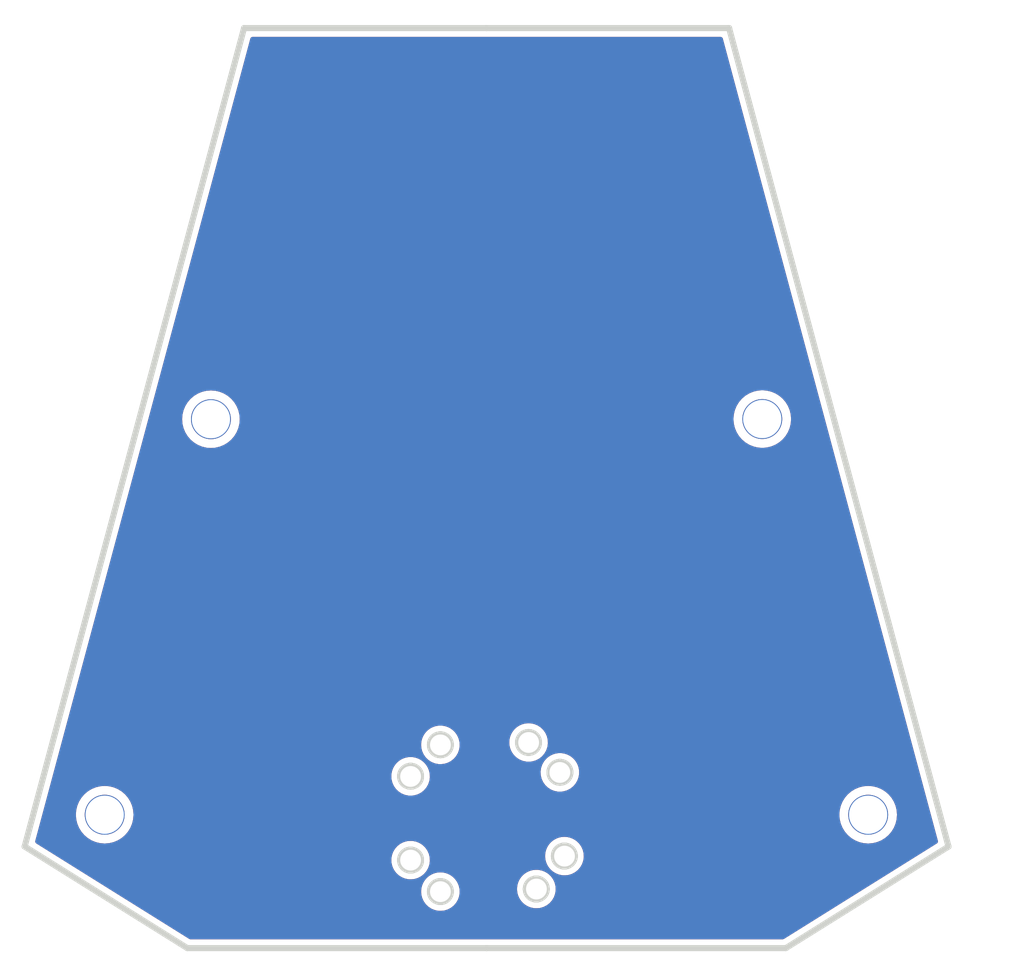
<source format=kicad_pcb>
(kicad_pcb (version 20211014) (generator pcbnew)
  (layers (0 "F.Cu" signal) (31 "B.Cu" signal) (34 "B.Paste" user) (35 "F.Paste" user) (36 "B.SilkS" user "B.Silkscreen") (37 "F.SilkS" user "F.Silkscreen") (38 "B.Mask" user) (39 "F.Mask" user) (44 "Edge.Cuts" user))
  (net 0 "")
  (net 1 "GND")
  (footprint "nowt_parts:MountingHole_2.2mm_M2_Pad_mods" (layer "F.Cu") (at 18.99 59.6)
    (fp_text reference "REF**" hide)
    (fp_text value "pad")
    (pad "1" thru_hole circle (at 0 0) (size 2.3 2.3) (drill 2.2) (layers *.Cu *.Mask))
  )
  (footprint "nowt_parts:led_hole_1.2mm" (layer "F.Cu") (at 36.64 62.22)
    (fp_text reference "Ref**" hide)
    (fp_text value "Val**" hide)
    (pad "" np_thru_hole circle (at 0 0) (size 1.2 1.2) (drill 1.2) (layers F&B.Cu *.Mask))
  )
  (footprint "nowt_parts:led_hole_1.2mm" (layer "F.Cu") (at 38.36 64.04)
    (fp_text reference "Ref**" hide)
    (fp_text value "Val**" hide)
    (pad "" np_thru_hole circle (at 0 0) (size 1.2 1.2) (drill 1.2) (layers F&B.Cu *.Mask))
  )
  (footprint "nowt_parts:led_hole_1.2mm" (layer "F.Cu") (at 38.36 55.57)
    (fp_text reference "Ref**" hide)
    (fp_text value "Val**" hide)
    (pad "" np_thru_hole circle (at 0 0) (size 1.2 1.2) (drill 1.2) (layers F&B.Cu *.Mask))
  )
  (footprint "nowt_parts:led_hole_1.2mm" (layer "F.Cu") (at 45.52 61.99)
    (fp_text reference "Ref**" hide)
    (fp_text value "Val**" hide)
    (pad "" np_thru_hole circle (at 0 0) (size 1.2 1.2) (drill 1.2) (layers F&B.Cu *.Mask))
  )
  (footprint "nowt_parts:led_hole_1.2mm" (layer "F.Cu") (at 43.45 55.43)
    (fp_text reference "Ref**" hide)
    (fp_text value "Val**" hide)
    (pad "" np_thru_hole circle (at 0 0) (size 1.2 1.2) (drill 1.2) (layers F&B.Cu *.Mask))
  )
  (footprint "nowt_parts:led_hole_1.2mm" (layer "F.Cu") (at 36.64 57.39)
    (fp_text reference "Ref**" hide)
    (fp_text value "Val**" hide)
    (pad "" np_thru_hole circle (at 0 0) (size 1.2 1.2) (drill 1.2) (layers F&B.Cu *.Mask))
  )
  (footprint "nowt_parts:led_hole_1.2mm" (layer "F.Cu") (at 45.25 57.16)
    (fp_text reference "Ref**" hide)
    (fp_text value "Val**" hide)
    (pad "" np_thru_hole circle (at 0 0) (size 1.2 1.2) (drill 1.2) (layers F&B.Cu *.Mask))
  )
  (footprint "nowt_parts:MountingHole_2.2mm_M2_Pad_mods" (layer "F.Cu") (at 56.93 36.76)
    (fp_text reference "REF**" hide)
    (fp_text value "pad")
    (pad "1" thru_hole circle (at 0 0) (size 2.3 2.3) (drill 2.2) (layers *.Cu *.Mask))
  )
  (footprint "nowt_parts:MountingHole_2.2mm_M2_Pad_mods" (layer "F.Cu") (at 25.12 36.77)
    (fp_text reference "REF**" hide)
    (fp_text value "pad")
    (pad "1" thru_hole circle (at 0 0) (size 2.3 2.3) (drill 2.2) (layers *.Cu *.Mask))
  )
  (footprint "nowt_parts:led_hole_1.2mm" (layer "F.Cu") (at 43.9 63.89)
    (fp_text reference "Ref**" hide)
    (fp_text value "Val**" hide)
    (pad "" np_thru_hole circle (at 0 0) (size 1.2 1.2) (drill 1.2) (layers F&B.Cu *.Mask))
  )
  (footprint "nowt_parts:MountingHole_2.2mm_M2_Pad_mods" (layer "F.Cu") (at 63.04 59.6)
    (fp_text reference "REF**" hide)
    (fp_text value "pad")
    (pad "1" thru_hole circle (at 0 0) (size 2.3 2.3) (drill 2.2) (layers *.Cu *.Mask))
  )
  (gr_line (start 43.621321 54.855963) (end 43.592849 54.847877) (layer "Edge.Cuts") (width 0.349999))
  (gr_line (start 43.236599 55.992577) (end 43.264478 56.00201) (layer "Edge.Cuts") (width 0.349999))
  (gr_line (start 44.175974 64.41691) (end 44.2011 64.402463) (layer "Edge.Cuts") (width 0.349999))
  (gr_line (start 45.175065 62.483231) (end 45.199409 62.498837) (layer "Edge.Cuts") (width 0.349999))
  (gr_line (start 38.693105 64.532936) (end 38.716629 64.516208) (layer "Edge.Cuts") (width 0.349999))
  (gr_line (start 36.924885 61.692367) (end 36.899014 61.679117) (layer "Edge.Cuts") (width 0.349999))
  (gr_line (start 43.236599 54.865396) (end 43.209352 54.876139) (layer "Edge.Cuts") (width 0.349999))
  (gr_line (start 37.975984 55.100269) (end 37.954213 55.119127) (layer "Edge.Cuts") (width 0.349999))
  (gr_line (start 45.842869 57.030295) (end 45.836169 57.001267) (layer "Edge.Cuts") (width 0.349999))
  (gr_line (start 44.702209 57.384761) (end 44.714224 57.411338) (layer "Edge.Cuts") (width 0.349999))
  (gr_line (start 43.362395 63.603335) (end 43.349144 63.629206) (layer "Edge.Cuts") (width 0.349999))
  (gr_line (start 36.098056 61.959825) (end 36.08604 61.986403) (layer "Edge.Cuts") (width 0.349999))
  (gr_line (start 37.191739 61.986403) (end 37.179723 61.959825) (layer "Edge.Cuts") (width 0.349999))
  (gr_line (start 44.33411 63.485904) (end 44.314243 63.465067) (layer "Edge.Cuts") (width 0.349999))
  (gr_line (start 45.013002 62.321167) (end 45.02973 62.344691) (layer "Edge.Cuts") (width 0.349999))
  (gr_line (start 36.158088 62.578936) (end 36.1759 62.601602) (layer "Edge.Cuts") (width 0.349999))
  (gr_line (start 36.158088 57.019729) (end 36.14136 57.043252) (layer "Edge.Cuts") (width 0.349999))
  (gr_line (start 38.801771 55.96668) (end 38.820629 55.94491) (layer "Edge.Cuts") (width 0.349999))
  (gr_line (start 36.669765 61.620731) (end 36.638889 61.61995) (layer "Edge.Cuts") (width 0.349999))
  (gr_line (start 36.065864 57.557136) (end 36.075297 57.585015) (layer "Edge.Cuts") (width 0.349999))
  (gr_line (start 42.842899 55.428986) (end 42.842899 55.428986) (layer "Edge.Cuts") (width 0.349999))
  (gr_line (start 43.264478 56.00201) (end 43.29295 56.010095) (layer "Edge.Cuts") (width 0.349999))
  (gr_line (start 36.327768 61.706814) (end 36.303424 61.722421) (layer "Edge.Cuts") (width 0.349999))
  (gr_line (start 45.836169 57.001267) (end 45.828084 56.972795) (layer "Edge.Cuts") (width 0.349999))
  (gr_line (start 44.682033 56.972795) (end 44.673947 57.001267) (layer "Edge.Cuts") (width 0.349999))
  (gr_line (start 45.449184 62.582604) (end 45.479654 62.584921) (layer "Edge.Cuts") (width 0.349999))
  (gr_line (start 38.617764 63.494577) (end 38.591187 63.482561) (layer "Edge.Cuts") (width 0.349999))
  (gr_line (start 38.046518 63.522275) (end 38.022174 63.537881) (layer "Edge.Cuts") (width 0.349999))
  (gr_line (start 38.56394 54.999665) (end 38.536061 54.990232) (layer "Edge.Cuts") (width 0.349999))
  (gr_line (start 45.255056 56.551217) (end 45.224181 56.551997) (layer "Edge.Cuts") (width 0.349999))
  (gr_line (start 37.22 62.07) (end 37.211915 62.041528) (layer "Edge.Cuts") (width 0.349999))
  (gr_line (start 42.879307 55.635285) (end 42.89005 55.662532) (layer "Edge.Cuts") (width 0.349999))
  (gr_line (start 45.51053 61.385705) (end 45.51053 61.385705) (layer "Edge.Cuts") (width 0.349999))
  (gr_line (start 44.691466 57.357514) (end 44.702209 57.384761) (layer "Edge.Cuts") (width 0.349999))
  (gr_line (start 46.051363 61.72558) (end 46.038113 61.699709) (layer "Edge.Cuts") (width 0.349999))
  (gr_line (start 45.175065 61.488176) (end 45.151541 61.504904) (layer "Edge.Cuts") (width 0.349999))
  (gr_line (start 38.885223 55.277262) (end 38.870776 55.252136) (layer "Edge.Cuts") (width 0.349999))
  (gr_line (start 46.098339 61.864783) (end 46.091639 61.835755) (layer "Edge.Cuts") (width 0.349999))
  (gr_line (start 37.23889 57.378716) (end 37.23889 57.378716) (layer "Edge.Cuts") (width 0.349999))
  (gr_line (start 37.844503 63.724289) (end 37.830056 63.749415) (layer "Edge.Cuts") (width 0.349999))
  (gr_line (start 45.752587 56.815751) (end 45.735859 56.792228) (layer "Edge.Cuts") (width 0.349999))
  (gr_line (start 45.679322 56.726953) (end 45.658484 56.707086) (layer "Edge.Cuts") (width 0.349999))
  (gr_line (start 38.56394 63.471818) (end 38.536061 63.462385) (layer "Edge.Cuts") (width 0.349999))
  (gr_line (start 37.99865 55.082457) (end 37.975984 55.100269) (layer "Edge.Cuts") (width 0.349999))
  (gr_line (start 45.913956 62.429832) (end 45.934794 62.409965) (layer "Edge.Cuts") (width 0.349999))
  (gr_line (start 45.934794 61.561441) (end 45.913956 61.541574) (layer "Edge.Cuts") (width 0.349999))
  (gr_line (start 44.035985 55.337613) (end 44.030708 55.308066) (layer "Edge.Cuts") (width 0.349999))
  (gr_line (start 36.460468 62.792972) (end 36.48894 62.801057) (layer "Edge.Cuts") (width 0.349999))
  (gr_line (start 37.844503 55.874376) (end 37.86011 55.89872) (layer "Edge.Cuts") (width 0.349999))
  (gr_line (start 36.041987 57.440062) (end 36.045802 57.470089) (layer "Edge.Cuts") (width 0.349999))
  (gr_line (start 44.042898 55.428986) (end 44.042117 55.398111) (layer "Edge.Cuts") (width 0.349999))
  (gr_line (start 42.855089 55.549906) (end 42.861789 55.578934) (layer "Edge.Cuts") (width 0.349999))
  (gr_line (start 38.801771 63.631984) (end 38.781904 63.611147) (layer "Edge.Cuts") (width 0.349999))
  (gr_line (start 37.23889 57.378716) (end 37.238109 57.347841) (layer "Edge.Cuts") (width 0.349999))
  (gr_line (start 44.271634 64.352316) (end 44.293405 64.333457) (layer "Edge.Cuts") (width 0.349999))
  (gr_line (start 45.954661 62.389128) (end 45.973519 62.367357) (layer "Edge.Cuts") (width 0.349999))
  (gr_line (start 45.796526 61.458122) (end 45.770655 61.444871) (layer "Edge.Cuts") (width 0.349999))
  (gr_line (start 46.103616 62.077076) (end 46.107431 62.047049) (layer "Edge.Cuts") (width 0.349999))
  (gr_line (start 36.950011 62.733083) (end 36.974355 62.717476) (layer "Edge.Cuts") (width 0.349999))
  (gr_line (start 43.983732 55.689109) (end 43.995747 55.662532) (layer "Edge.Cuts") (width 0.349999))
  (gr_line (start 38.591187 63.482561) (end 38.56394 63.471818) (layer "Edge.Cuts") (width 0.349999))
  (gr_line (start 43.683678 63.325738) (end 43.656431 63.336481) (layer "Edge.Cuts") (width 0.349999))
  (gr_line (start 37.776529 55.713204) (end 37.784614 55.741676) (layer "Edge.Cuts") (width 0.349999))
  (gr_line (start 38.266266 54.970171) (end 38.236719 54.975447) (layer "Edge.Cuts") (width 0.349999))
  (gr_line (start 38.536061 54.990232) (end 38.507589 54.982147) (layer "Edge.Cuts") (width 0.349999))
  (gr_line (start 38.418986 64.632309) (end 38.449013 64.628494) (layer "Edge.Cuts") (width 0.349999))
  (gr_line (start 38.071644 56.090837) (end 38.097515 56.104088) (layer "Edge.Cuts") (width 0.349999))
  (gr_line (start 44.91363 62.047049) (end 44.917445 62.077076) (layer "Edge.Cuts") (width 0.349999))
  (gr_line (start 43.920854 63.290111) (end 43.889978 63.28933) (layer "Edge.Cuts") (width 0.349999))
  (gr_line (start 36.111306 61.933955) (end 36.098056 61.959825) (layer "Edge.Cuts") (width 0.349999))
  (gr_line (start 37.020545 57.841703) (end 37.042316 57.822845) (layer "Edge.Cuts") (width 0.349999))
  (gr_line (start 36.057779 57.228768) (end 36.051079 57.257796) (layer "Edge.Cuts") (width 0.349999))
  (gr_line (start 37.794047 64.241707) (end 37.80479 64.268954) (layer "Edge.Cuts") (width 0.349999))
  (gr_line (start 43.308868 64.039277) (end 43.316953 64.067749) (layer "Edge.Cuts") (width 0.349999))
  (gr_line (start 38.449013 64.628494) (end 38.47856 64.623217) (layer "Edge.Cuts") (width 0.349999))
  (gr_line (start 45.199409 61.472569) (end 45.175065 61.488176) (layer "Edge.Cuts") (width 0.349999))
  (gr_line (start 46.008059 61.650239) (end 45.991331 61.626716) (layer "Edge.Cuts") (width 0.349999))
  (gr_line (start 44.994932 57.692047) (end 45.02151 57.704062) (layer "Edge.Cuts") (width 0.349999))
  (gr_line (start 38.418986 63.438508) (end 38.388515 63.436191) (layer "Edge.Cuts") (width 0.349999))
  (gr_line (start 44.661971 57.242588) (end 44.667248 57.272135) (layer "Edge.Cuts") (width 0.349999))
  (gr_line (start 37.764552 63.944035) (end 37.760737 63.974063) (layer "Edge.Cuts") (width 0.349999))
  (gr_line (start 45.845996 62.483231) (end 45.86952 62.466502) (layer "Edge.Cuts") (width 0.349999))
  (gr_line (start 45.276983 62.53855) (end 45.30423 62.549294) (layer "Edge.Cuts") (width 0.349999))
  (gr_line (start 43.381553 56.025887) (end 43.412024 56.028204) (layer "Edge.Cuts") (width 0.349999))
  (gr_line (start 38.95764 64.035409) (end 38.956859 64.004533) (layer "Edge.Cuts") (width 0.349999))
  (gr_line (start 37.975984 64.498396) (end 37.99865 64.516208) (layer "Edge.Cuts") (width 0.349999))
  (gr_line (start 37.22 62.369897) (end 37.2267 62.340868) (layer "Edge.Cuts") (width 0.349999))
  (gr_line (start 37.211915 62.041528) (end 37.202482 62.01365) (layer "Edge.Cuts") (width 0.349999))
  (gr_line (start 38.236719 54.975447) (end 38.20769 54.982147) (layer "Edge.Cuts") (width 0.349999))
  (gr_line (start 44.714224 57.411338) (end 44.727475 57.437209) (layer "Edge.Cuts") (width 0.349999))
  (gr_line (start 45.255056 56.551217) (end 45.255056 56.551217) (layer "Edge.Cuts") (width 0.349999))
  (gr_line (start 36.974355 62.717476) (end 36.997879 62.700748) (layer "Edge.Cuts") (width 0.349999))
  (gr_line (start 37.083021 56.975292) (end 37.063154 56.954454) (layer "Edge.Cuts") (width 0.349999))
  (gr_line (start 43.473776 54.829768) (end 43.4429 54.828988) (layer "Edge.Cuts") (width 0.349999))
  (gr_line (start 42.845997 55.490332) (end 42.849813 55.520359) (layer "Edge.Cuts") (width 0.349999))
  (gr_line (start 43.970482 55.71498) (end 43.983732 55.689109) (layer "Edge.Cuts") (width 0.349999))
  (gr_line (start 43.107434 55.926514) (end 43.131778 55.94212) (layer "Edge.Cuts") (width 0.349999))
  (gr_line (start 44.2011 64.402463) (end 44.225444 64.386856) (layer "Edge.Cuts") (width 0.349999))
  (gr_line (start 45.614047 56.670416) (end 45.590523 56.653688) (layer "Edge.Cuts") (width 0.349999))
  (gr_line (start 44.911313 62.016579) (end 44.91363 62.047049) (layer "Edge.Cuts") (width 0.349999))
  (gr_line (start 45.105108 57.732324) (end 45.134136 57.739024) (layer "Edge.Cuts") (width 0.349999))
  (gr_line (start 43.728895 54.901405) (end 43.703024 54.888155) (layer "Edge.Cuts") (width 0.349999))
  (gr_line (start 44.030708 55.308066) (end 44.024009 55.279038) (layer "Edge.Cuts") (width 0.349999))
  (gr_line (start 36.872437 56.825869) (end 36.84519 56.815126) (layer "Edge.Cuts") (width 0.349999))
  (gr_line (start 37.769829 64.156329) (end 37.776529 64.185357) (layer "Edge.Cuts") (width 0.349999))
  (gr_line (start 38.266266 63.442324) (end 38.236719 63.4476) (layer "Edge.Cuts") (width 0.349999))
  (gr_line (start 44.655839 57.12034) (end 44.655058 57.151215) (layer "Edge.Cuts") (width 0.349999))
  (gr_line (start 36.638889 57.978715) (end 36.638889 57.978715) (layer "Edge.Cuts") (width 0.349999))
  (gr_line (start 43.592849 54.847877) (end 43.563821 54.841178) (layer "Edge.Cuts") (width 0.349999))
  (gr_line (start 38.668761 56.07639) (end 38.693105 56.060783) (layer "Edge.Cuts") (width 0.349999))
  (gr_line (start 45.795892 56.891092) (end 45.782641 56.865221) (layer "Edge.Cuts") (width 0.349999))
  (gr_line (start 45.51053 62.585702) (end 45.541406 62.584921) (layer "Edge.Cuts") (width 0.349999))
  (gr_line (start 38.591187 64.588256) (end 38.617764 64.57624) (layer "Edge.Cuts") (width 0.349999))
  (gr_line (start 45.744077 62.53855) (end 45.770655 62.526535) (layer "Edge.Cuts") (width 0.349999))
  (gr_line (start 43.592849 56.010095) (end 43.621321 56.00201) (layer "Edge.Cuts") (width 0.349999))
  (gr_line (start 37.75842 64.066284) (end 37.760737 64.096755) (layer "Edge.Cuts") (width 0.349999))
  (gr_line (start 38.56394 64.598999) (end 38.591187 64.588256) (layer "Edge.Cuts") (width 0.349999))
  (gr_line (start 44.483065 63.980702) (end 44.486881 63.950675) (layer "Edge.Cuts") (width 0.349999))
  (gr_line (start 36.1759 61.838295) (end 36.158088 61.860961) (layer "Edge.Cuts") (width 0.349999))
  (gr_line (start 43.740029 63.30822) (end 43.711557 63.316305) (layer "Edge.Cuts") (width 0.349999))
  (gr_line (start 45.541053 56.623634) (end 45.515182 56.610384) (layer "Edge.Cuts") (width 0.349999))
  (gr_line (start 58.290972 67.299332) (end 67.674734 61.435708) (layer "Edge.Cuts") (width 0.349999))
  (gr_line (start 38.20769 63.4543) (end 38.179218 63.462385) (layer "Edge.Cuts") (width 0.349999))
  (gr_line (start 36.950011 57.89185) (end 36.974355 57.876244) (layer "Edge.Cuts") (width 0.349999))
  (gr_line (start 38.716629 55.082457) (end 38.693105 55.065728) (layer "Edge.Cuts") (width 0.349999))
  (gr_line (start 44.757528 56.815751) (end 44.741922 56.840095) (layer "Edge.Cuts") (width 0.349999))
  (gr_line (start 38.820629 55.181602) (end 38.801771 55.159832) (layer "Edge.Cuts") (width 0.349999))
  (gr_line (start 38.94545 63.914489) (end 38.93875 63.885461) (layer "Edge.Cuts") (width 0.349999))
  (gr_line (start 45.636713 56.688228) (end 45.614047 56.670416) (layer "Edge.Cuts") (width 0.349999))
  (gr_line (start 44.661971 57.059842) (end 44.658156 57.089869) (layer "Edge.Cuts") (width 0.349999))
  (gr_line (start 45.013002 61.650239) (end 44.997395 61.674583) (layer "Edge.Cuts") (width 0.349999))
  (gr_line (start 45.433478 56.578192) (end 45.405006 56.570106) (layer "Edge.Cuts") (width 0.349999))
  (gr_line (start 43.769057 64.477137) (end 43.798604 64.482414) (layer "Edge.Cuts") (width 0.349999))
  (gr_line (start 45.541406 61.386485) (end 45.51053 61.385705) (layer "Edge.Cuts") (width 0.349999))
  (gr_line (start 36.041987 57.31737) (end 36.03967 57.347841) (layer "Edge.Cuts") (width 0.349999))
  (gr_line (start 43.293076 63.827983) (end 43.290759 63.858453) (layer "Edge.Cuts") (width 0.349999))
  (gr_line (start 43.88703 55.832411) (end 43.905888 55.81064) (layer "Edge.Cuts") (width 0.349999))
  (gr_line (start 36.997879 61.739149) (end 36.974355 61.722421) (layer "Edge.Cuts") (width 0.349999))
  (gr_line (start 36.075297 62.01365) (end 36.065864 62.041528) (layer "Edge.Cuts") (width 0.349999))
  (gr_line (start 44.741922 56.840095) (end 44.727475 56.865221) (layer "Edge.Cuts") (width 0.349999))
  (gr_line (start 23.756006 67.299332) (end 23.756006 67.299332) (layer "Edge.Cuts") (width 0.349999))
  (gr_line (start 45.19371 57.748116) (end 45.224181 57.750433) (layer "Edge.Cuts") (width 0.349999))
  (gr_line (start 37.22 57.228768) (end 37.211915 57.200296) (layer "Edge.Cuts") (width 0.349999))
  (gr_line (start 36.057779 57.528664) (end 36.065864 57.557136) (layer "Edge.Cuts") (width 0.349999))
  (gr_line (start 44.851631 57.595344) (end 44.873402 57.614202) (layer "Edge.Cuts") (width 0.349999))
  (gr_line (start 37.042316 61.77582) (end 37.020545 61.756961) (layer "Edge.Cuts") (width 0.349999))
  (gr_line (start 38.93875 63.885461) (end 38.930665 63.856988) (layer "Edge.Cuts") (width 0.349999))
  (gr_line (start 44.015923 55.607406) (end 44.024009 55.578934) (layer "Edge.Cuts") (width 0.349999))
  (gr_line (start 37.136419 57.71418) (end 37.152026 57.689836) (layer "Edge.Cuts") (width 0.349999))
  (gr_line (start 38.693105 55.065728) (end 38.668761 55.050122) (layer "Edge.Cuts") (width 0.349999))
  (gr_line (start 44.471089 63.73938) (end 44.463004 63.710908) (layer "Edge.Cuts") (width 0.349999))
  (gr_line (start 38.930665 64.213829) (end 38.93875 64.185357) (layer "Edge.Cuts") (width 0.349999))
  (gr_line (start 37.119691 57.737704) (end 37.136419 57.71418) (layer "Edge.Cuts") (width 0.349999))
  (gr_line (start 42.84368 55.459862) (end 42.845997 55.490332) (layer "Edge.Cuts") (width 0.349999))
  (gr_line (start 37.202482 57.585015) (end 37.211915 57.557136) (layer "Edge.Cuts") (width 0.349999))
  (gr_line (start 38.022174 55.065728) (end 37.99865 55.082457) (layer "Edge.Cuts") (width 0.349999))
  (gr_line (start 37.80479 55.329711) (end 37.794047 55.356957) (layer "Edge.Cuts") (width 0.349999))
  (gr_line (start 44.830794 56.726953) (end 44.810927 56.747791) (layer "Edge.Cuts") (width 0.349999))
  (gr_line (start 37.844503 55.252136) (end 37.830056 55.277262) (layer "Edge.Cuts") (width 0.349999))
  (gr_line (start 36.405343 57.931563) (end 36.43259 57.942307) (layer "Edge.Cuts") (width 0.349999))
  (gr_line (start 37.152026 57.067596) (end 37.136419 57.043252) (layer "Edge.Cuts") (width 0.349999))
  (gr_line (start 44.352968 63.507675) (end 44.33411 63.485904) (layer "Edge.Cuts") (width 0.349999))
  (gr_line (start 42.855089 55.308066) (end 42.849813 55.337613) (layer "Edge.Cuts") (width 0.349999))
  (gr_line (start 45.855059 57.151215) (end 45.855059 57.151215) (layer "Edge.Cuts") (width 0.349999))
  (gr_line (start 37.238109 62.250824) (end 37.23889 62.219948) (layer "Edge.Cuts") (width 0.349999))
  (gr_line (start 38.898473 55.303133) (end 38.885223 55.277262) (layer "Edge.Cuts") (width 0.349999))
  (gr_line (start 36.2799 62.700748) (end 36.303424 62.717476) (layer "Edge.Cuts") (width 0.349999))
  (gr_line (start 36.899014 62.76078) (end 36.924885 62.74753) (layer "Edge.Cuts") (width 0.349999))
  (gr_line (start 46.110529 61.985703) (end 46.110529 61.985703) (layer "Edge.Cuts") (width 0.349999))
  (gr_line (start 38.693105 63.537881) (end 38.668761 63.522275) (layer "Edge.Cuts") (width 0.349999))
  (gr_line (start 43.951325 63.292428) (end 43.920854 63.290111) (layer "Edge.Cuts") (width 0.349999))
  (gr_line (start 36.327768 56.865582) (end 36.303424 56.881189) (layer "Edge.Cuts") (width 0.349999))
  (gr_line (start 36.057779 62.369897) (end 36.065864 62.398369) (layer "Edge.Cuts") (width 0.349999))
  (gr_line (start 45.0664 61.582279) (end 45.047542 61.604049) (layer "Edge.Cuts") (width 0.349999))
  (gr_line (start 37.89465 64.417062) (end 37.913509 64.438833) (layer "Edge.Cuts") (width 0.349999))
  (gr_line (start 43.828632 64.486229) (end 43.859102 64.488546) (layer "Edge.Cuts") (width 0.349999))
  (gr_line (start 45.571877 62.582604) (end 45.601905 62.578788) (layer "Edge.Cuts") (width 0.349999))
  (gr_line (start 45.51053 62.585702) (end 45.51053 62.585702) (layer "Edge.Cuts") (width 0.349999))
  (gr_line (start 44.658156 57.089869) (end 44.655839 57.12034) (layer "Edge.Cuts") (width 0.349999))
  (gr_line (start 38.950726 64.126782) (end 38.954542 64.096755) (layer "Edge.Cuts") (width 0.349999))
  (gr_line (start 44.489979 63.889329) (end 44.489979 63.889329) (layer "Edge.Cuts") (width 0.349999))
  (gr_line (start 45.892186 62.44869) (end 45.913956 62.429832) (layer "Edge.Cuts") (width 0.349999))
  (gr_line (start 36.065864 62.398369) (end 36.075297 62.426247) (layer "Edge.Cuts") (width 0.349999))
  (gr_line (start 45.163683 56.55813) (end 45.134136 56.563407) (layer "Edge.Cuts") (width 0.349999))
  (gr_line (start 45.02151 57.704062) (end 45.048757 57.714806) (layer "Edge.Cuts") (width 0.349999))
  (gr_line (start 38.071644 63.507827) (end 38.046518 63.522275) (layer "Edge.Cuts") (width 0.349999))
  (gr_line (start 36.547516 56.785631) (end 36.517969 56.790908) (layer "Edge.Cuts") (width 0.349999))
  (gr_line (start 43.824555 55.891973) (end 43.846326 55.873115) (layer "Edge.Cuts") (width 0.349999))
  (gr_line (start 36.460468 57.95174) (end 36.48894 57.959825) (layer "Edge.Cuts") (width 0.349999))
  (gr_line (start 36.08604 61.986403) (end 36.075297 62.01365) (layer "Edge.Cuts") (width 0.349999))
  (gr_line (start 37.913509 55.96668) (end 37.933376 55.987518) (layer "Edge.Cuts") (width 0.349999))
  (gr_line (start 42.849813 55.520359) (end 42.855089 55.549906) (layer "Edge.Cuts") (width 0.349999))
  (gr_line (start 38.954542 55.624602) (end 38.956859 55.594132) (layer "Edge.Cuts") (width 0.349999))
  (gr_line (start 37.764552 55.471883) (end 37.760737 55.50191) (layer "Edge.Cuts") (width 0.349999))
  (gr_line (start 44.851631 56.707086) (end 44.830794 56.726953) (layer "Edge.Cuts") (width 0.349999))
  (gr_line (start 36.638889 57.978715) (end 36.669765 57.977934) (layer "Edge.Cuts") (width 0.349999))
  (gr_line (start 38.885223 64.321402) (end 38.898473 64.295532) (layer "Edge.Cuts") (width 0.349999))
  (gr_line (start 42.861789 55.279038) (end 42.855089 55.308066) (layer "Edge.Cuts") (width 0.349999))
  (gr_line (start 36.352894 57.906298) (end 36.378765 57.919548) (layer "Edge.Cuts") (width 0.349999))
  (gr_line (start 45.515182 56.610384) (end 45.488604 56.598368) (layer "Edge.Cuts") (width 0.349999))
  (gr_line (start 38.124093 64.588256) (end 38.15134 64.598999) (layer "Edge.Cuts") (width 0.349999))
  (gr_line (start 42.84368 55.398111) (end 42.842899 55.428986) (layer "Edge.Cuts") (width 0.349999))
  (gr_line (start 45.076635 56.578192) (end 45.048757 56.587625) (layer "Edge.Cuts") (width 0.349999))
  (gr_line (start 36.378765 62.76078) (end 36.405343 62.772796) (layer "Edge.Cuts") (width 0.349999))
  (gr_line (start 44.015923 55.250566) (end 44.006491 55.222688) (layer "Edge.Cuts") (width 0.349999))
  (gr_line (start 45.360581 62.566812) (end 45.389609 62.573512) (layer "Edge.Cuts") (width 0.349999))
  (gr_line (start 44.91363 61.924357) (end 44.911313 61.954828) (layer "Edge.Cuts") (width 0.349999))
  (gr_line (start 43.703024 55.969818) (end 43.728895 55.956568) (layer "Edge.Cuts") (width 0.349999))
  (gr_line (start 38.870776 63.724289) (end 38.855169 63.699945) (layer "Edge.Cuts") (width 0.349999))
  (gr_line (start 38.071644 64.56299) (end 38.097515 64.57624) (layer "Edge.Cuts") (width 0.349999))
  (gr_line (start 38.921232 55.769555) (end 38.930665 55.741676) (layer "Edge.Cuts") (width 0.349999))
  (gr_line (start 36.872437 61.667101) (end 36.84519 61.656358) (layer "Edge.Cuts") (width 0.349999))
  (gr_line (start 42.842899 55.428986) (end 42.84368 55.459862) (layer "Edge.Cuts") (width 0.349999))
  (gr_line (start 38.781904 55.987518) (end 38.801771 55.96668) (layer "Edge.Cuts") (width 0.349999))
  (gr_line (start 38.449013 63.442324) (end 38.418986 63.438508) (layer "Edge.Cuts") (width 0.349999))
  (gr_line (start 36.638889 56.778718) (end 36.638889 56.778718) (layer "Edge.Cuts") (width 0.349999))
  (gr_line (start 38.781904 55.138994) (end 38.761066 55.119127) (layer "Edge.Cuts") (width 0.349999))
  (gr_line (start 45.752587 57.486679) (end 45.768194 57.462335) (layer "Edge.Cuts") (width 0.349999))
  (gr_line (start 36.638889 56.778718) (end 36.608013 56.779498) (layer "Edge.Cuts") (width 0.349999))
  (gr_line (start 43.656431 64.442176) (end 43.683678 64.452919) (layer "Edge.Cuts") (width 0.349999))
  (gr_line (start 43.801889 54.948187) (end 43.778365 54.931459) (layer "Edge.Cuts") (width 0.349999))
  (gr_line (start 37.101879 62.601602) (end 37.119691 62.578936) (layer "Edge.Cuts") (width 0.349999))
  (gr_line (start 37.975984 56.026243) (end 37.99865 56.044055) (layer "Edge.Cuts") (width 0.349999))
  (gr_line (start 36.75981 62.807757) (end 36.788839 62.801057) (layer "Edge.Cuts") (width 0.349999))
  (gr_line (start 36.924885 56.851135) (end 36.899014 56.837884) (layer "Edge.Cuts") (width 0.349999))
  (gr_line (start 44.929421 62.135651) (end 44.937507 62.164123) (layer "Edge.Cuts") (width 0.349999))
  (gr_line (start 45.30423 62.549294) (end 45.332109 62.558727) (layer "Edge.Cuts") (width 0.349999))
  (gr_line (start 44.417562 63.603335) (end 44.403115 63.578209) (layer "Edge.Cuts") (width 0.349999))
  (gr_line (start 38.716629 64.516208) (end 38.739295 64.498396) (layer "Edge.Cuts") (width 0.349999))
  (gr_line (start 46.083554 62.164123) (end 46.091639 62.135651) (layer "Edge.Cuts") (width 0.349999))
  (gr_line (start 36.817311 62.792972) (end 36.84519 62.783539) (layer "Edge.Cuts") (width 0.349999))
  (gr_line (start 44.969698 62.245826) (end 44.982948 62.271697) (layer "Edge.Cuts") (width 0.349999))
  (gr_line (start 38.950726 55.654629) (end 38.954542 55.624602) (layer "Edge.Cuts") (width 0.349999))
  (gr_line (start 44.486881 63.950675) (end 44.489198 63.920204) (layer "Edge.Cuts") (width 0.349999))
  (gr_line (start 45.679322 57.575477) (end 45.699189 57.55464) (layer "Edge.Cuts") (width 0.349999))
  (gr_line (start 37.191739 62.453494) (end 37.202482 62.426247) (layer "Edge.Cuts") (width 0.349999))
  (gr_line (start 36.730263 57.971801) (end 36.75981 57.966525) (layer "Edge.Cuts") (width 0.349999))
  (gr_line (start 38.357639 54.963257) (end 38.357639 54.963257) (layer "Edge.Cuts") (width 0.349999))
  (gr_line (start 43.534274 54.835901) (end 43.504246 54.832085) (layer "Edge.Cuts") (width 0.349999))
  (gr_line (start 43.182775 54.888155) (end 43.156904 54.901405) (layer "Edge.Cuts") (width 0.349999))
  (gr_line (start 38.20769 54.982147) (end 38.179218 54.990232) (layer "Edge.Cuts") (width 0.349999))
  (gr_line (start 44.387508 63.553865) (end 44.37078 63.530341) (layer "Edge.Cuts") (width 0.349999))
  (gr_line (start 43.445847 63.485904) (end 43.426989 63.507675) (layer "Edge.Cuts") (width 0.349999))
  (gr_line (start 43.504246 56.025887) (end 43.534274 56.022071) (layer "Edge.Cuts") (width 0.349999))
  (gr_line (start 43.798604 63.296244) (end 43.769057 63.30152) (layer "Edge.Cuts") (width 0.349999))
  (gr_line (start 36.352894 56.851135) (end 36.327768 56.865582) (layer "Edge.Cuts") (width 0.349999))
  (gr_line (start 45.688952 62.558727) (end 45.716831 62.549294) (layer "Edge.Cuts") (width 0.349999))
  (gr_line (start 45.461357 57.714806) (end 45.488604 57.704062) (layer "Edge.Cuts") (width 0.349999))
  (gr_line (start 37.202482 57.172418) (end 37.191739 57.145171) (layer "Edge.Cuts") (width 0.349999))
  (gr_line (start 38.93875 55.713204) (end 38.94545 55.684176) (layer "Edge.Cuts") (width 0.349999))
  (gr_line (start 38.668761 55.050122) (end 38.643635 55.035675) (layer "Edge.Cuts") (width 0.349999))
  (gr_line (start 43.6492 55.992577) (end 43.676447 55.981833) (layer "Edge.Cuts") (width 0.349999))
  (gr_line (start 37.235792 57.440062) (end 37.238109 57.409592) (layer "Edge.Cuts") (width 0.349999))
  (gr_line (start 38.930665 55.741676) (end 38.93875 55.713204) (layer "Edge.Cuts") (width 0.349999))
  (gr_line (start 44.655839 57.182091) (end 44.658156 57.212561) (layer "Edge.Cuts") (width 0.349999))
  (gr_line (start 36.730263 61.626863) (end 36.700236 61.623048) (layer "Edge.Cuts") (width 0.349999))
  (gr_line (start 36.303424 57.876244) (end 36.327768 57.89185) (layer "Edge.Cuts") (width 0.349999))
  (gr_line (start 45.86952 62.466502) (end 45.892186 62.44869) (layer "Edge.Cuts") (width 0.349999))
  (gr_line (start 42.97991 55.81064) (end 42.998768 55.832411) (layer "Edge.Cuts") (width 0.349999))
  (gr_line (start 44.293405 63.4452) (end 44.271634 63.426341) (layer "Edge.Cuts") (width 0.349999))
  (gr_line (start 44.810927 56.747791) (end 44.792069 56.769562) (layer "Edge.Cuts") (width 0.349999))
  (gr_line (start 38.930665 55.384836) (end 38.921232 55.356957) (layer "Edge.Cuts") (width 0.349999))
  (gr_line (start 38.097515 56.104088) (end 38.124093 56.116103) (layer "Edge.Cuts") (width 0.349999))
  (gr_line (start 44.2011 63.376195) (end 44.175974 63.361747) (layer "Edge.Cuts") (width 0.349999))
  (gr_line (start 36.547516 62.813034) (end 36.577543 62.816849) (layer "Edge.Cuts") (width 0.349999))
  (gr_line (start 36.997879 57.859515) (end 37.020545 57.841703) (layer "Edge.Cuts") (width 0.349999))
  (gr_line (start 27.031625 14.190255) (end 14.372244 61.435708) (layer "Edge.Cuts") (width 0.349999))
  (gr_line (start 46.008059 62.321167) (end 46.023665 62.296823) (layer "Edge.Cuts") (width 0.349999))
  (gr_line (start 38.357639 56.163254) (end 38.388515 56.162474) (layer "Edge.Cuts") (width 0.349999))
  (gr_line (start 43.676447 55.981833) (end 43.703024 55.969818) (layer "Edge.Cuts") (width 0.349999))
  (gr_line (start 36.045802 62.311322) (end 36.051079 62.340868) (layer "Edge.Cuts") (width 0.349999))
  (gr_line (start 45.614047 57.632015) (end 45.636713 57.614202) (layer "Edge.Cuts") (width 0.349999))
  (gr_line (start 38.357639 64.635407) (end 38.357639 64.635407) (layer "Edge.Cuts") (width 0.349999))
  (gr_line (start 37.166473 61.933955) (end 37.152026 61.908829) (layer "Edge.Cuts") (width 0.349999))
  (gr_line (start 37.80479 64.268954) (end 37.816806 64.295532) (layer "Edge.Cuts") (width 0.349999))
  (gr_line (start 38.179218 64.608432) (end 38.20769 64.616517) (layer "Edge.Cuts") (width 0.349999))
  (gr_line (start 37.101879 56.997062) (end 37.083021 56.975292) (layer "Edge.Cuts") (width 0.349999))
  (gr_line (start 38.956859 64.066284) (end 38.95764 64.035409) (layer "Edge.Cuts") (width 0.349999))
  (gr_line (start 44.489198 63.920204) (end 44.489979 63.889329) (layer "Edge.Cuts") (width 0.349999))
  (gr_line (start 38.95764 64.035409) (end 38.95764 64.035409) (layer "Edge.Cuts") (width 0.349999))
  (gr_line (start 14.372244 61.435708) (end 14.372244 61.435708) (layer "Edge.Cuts") (width 0.349999))
  (gr_line (start 43.131778 54.915852) (end 43.107434 54.931459) (layer "Edge.Cuts") (width 0.349999))
  (gr_line (start 36.48894 62.801057) (end 36.517969 62.807757) (layer "Edge.Cuts") (width 0.349999))
  (gr_line (start 45.851961 57.212561) (end 45.854278 57.182091) (layer "Edge.Cuts") (width 0.349999))
  (gr_line (start 44.024009 55.578934) (end 44.030708 55.549906) (layer "Edge.Cuts") (width 0.349999))
  (gr_line (start 38.739295 55.100269) (end 38.716629 55.082457) (layer "Edge.Cuts") (width 0.349999))
  (gr_line (start 45.973519 62.367357) (end 45.991331 62.344691) (layer "Edge.Cuts") (width 0.349999))
  (gr_line (start 38.643635 63.507827) (end 38.617764 63.494577) (layer "Edge.Cuts") (width 0.349999))
  (gr_line (start 43.4429 54.828988) (end 43.4429 54.828988) (layer "Edge.Cuts") (width 0.349999))
  (gr_line (start 36.75981 61.63214) (end 36.730263 61.626863) (layer "Edge.Cuts") (width 0.349999))
  (gr_line (start 45.842869 57.272135) (end 45.848145 57.242588) (layer "Edge.Cuts") (width 0.349999))
  (gr_line (start 44.94694 61.779405) (end 44.937507 61.807283) (layer "Edge.Cuts") (width 0.349999))
  (gr_line (start 43.376842 64.200449) (end 43.392449 64.224792) (layer "Edge.Cuts") (width 0.349999))
  (gr_line (start 45.128875 61.522716) (end 45.107104 61.541574) (layer "Edge.Cuts") (width 0.349999))
  (gr_line (start 45.716831 62.549294) (end 45.744077 62.53855) (layer "Edge.Cuts") (width 0.349999))
  (gr_line (start 36.2799 61.739149) (end 36.257234 61.756961) (layer "Edge.Cuts") (width 0.349999))
  (gr_line (start 38.761066 55.119127) (end 38.739295 55.100269) (layer "Edge.Cuts") (width 0.349999))
  (gr_line (start 45.346431 57.7443) (end 45.375977 57.739024) (layer "Edge.Cuts") (width 0.349999))
  (gr_line (start 43.182775 55.969818) (end 43.209352 55.981833) (layer "Edge.Cuts") (width 0.349999))
  (gr_line (start 37.876838 64.394396) (end 37.89465 64.417062) (layer "Edge.Cuts") (width 0.349999))
  (gr_line (start 36.1759 57.76037) (end 36.194759 57.782141) (layer "Edge.Cuts") (width 0.349999))
  (gr_line (start 38.179218 56.136279) (end 38.20769 56.144365) (layer "Edge.Cuts") (width 0.349999))
  (gr_line (start 45.199409 62.498837) (end 45.224535 62.513285) (layer "Edge.Cuts") (width 0.349999))
  (gr_line (start 45.048757 57.714806) (end 45.076635 57.724239) (layer "Edge.Cuts") (width 0.349999))
  (gr_line (start 36.700236 56.781815) (end 36.669765 56.779498) (layer "Edge.Cuts") (width 0.349999))
  (gr_line (start 44.403115 64.200449) (end 44.417562 64.175322) (layer "Edge.Cuts") (width 0.349999))
  (gr_line (start 38.838441 63.676421) (end 38.820629 63.653755) (layer "Edge.Cuts") (width 0.349999))
  (gr_line (start 38.357639 54.963257) (end 38.326763 54.964038) (layer "Edge.Cuts") (width 0.349999))
  (gr_line (start 36.057779 62.07) (end 36.051079 62.099029) (layer "Edge.Cuts") (width 0.349999))
  (gr_line (start 36.2799 56.897917) (end 36.257234 56.915729) (layer "Edge.Cuts") (width 0.349999))
  (gr_line (start 38.326763 64.634626) (end 38.357639 64.635407) (layer "Edge.Cuts") (width 0.349999))
  (gr_line (start 45.02973 61.626716) (end 45.013002 61.650239) (layer "Edge.Cuts") (width 0.349999))
  (gr_line (start 43.392449 63.553865) (end 43.376842 63.578209) (layer "Edge.Cuts") (width 0.349999))
  (gr_line (start 38.930665 63.856988) (end 38.921232 63.82911) (layer "Edge.Cuts") (width 0.349999))
  (gr_line (start 37.083021 57.782141) (end 37.101879 57.76037) (layer "Edge.Cuts") (width 0.349999))
  (gr_line (start 43.039473 54.984857) (end 43.018635 55.004724) (layer "Edge.Cuts") (width 0.349999))
  (gr_line (start 38.898473 55.823379) (end 38.910489 55.796801) (layer "Edge.Cuts") (width 0.349999))
  (gr_line (start 38.47856 54.975447) (end 38.449013 54.970171) (layer "Edge.Cuts") (width 0.349999))
  (gr_line (start 45.821652 61.472569) (end 45.796526 61.458122) (layer "Edge.Cuts") (width 0.349999))
  (gr_line (start 38.739295 64.498396) (end 38.761066 64.479538) (layer "Edge.Cuts") (width 0.349999))
  (gr_line (start 45.151541 61.504904) (end 45.128875 61.522716) (layer "Edge.Cuts") (width 0.349999))
  (gr_line (start 45.316403 57.748116) (end 45.346431 57.7443) (layer "Edge.Cuts") (width 0.349999))
  (gr_line (start 37.152026 62.531068) (end 37.166473 62.505942) (layer "Edge.Cuts") (width 0.349999))
  (gr_line (start 43.039473 55.873115) (end 43.061244 55.891973) (layer "Edge.Cuts") (width 0.349999))
  (gr_line (start 44.430812 64.149452) (end 44.442828 64.122874) (layer "Edge.Cuts") (width 0.349999))
  (gr_line (start 38.15134 56.126846) (end 38.179218 56.136279) (layer "Edge.Cuts") (width 0.349999))
  (gr_line (start 46.023665 62.296823) (end 46.038113 62.271697) (layer "Edge.Cuts") (width 0.349999))
  (gr_line (start 37.238109 57.347841) (end 37.235792 57.31737) (layer "Edge.Cuts") (width 0.349999))
  (gr_line (start 44.442828 64.122874) (end 44.453571 64.095627) (layer "Edge.Cuts") (width 0.349999))
  (gr_line (start 43.392449 64.224792) (end 43.409177 64.248316) (layer "Edge.Cuts") (width 0.349999))
  (gr_line (start 45.047542 61.604049) (end 45.02973 61.626716) (layer "Edge.Cuts") (width 0.349999))
  (gr_line (start 44.873402 56.688228) (end 44.851631 56.707086) (layer "Edge.Cuts") (width 0.349999))
  (gr_line (start 44.030708 55.549906) (end 44.035985 55.520359) (layer "Edge.Cuts") (width 0.349999))
  (gr_line (start 45.836169 57.301163) (end 45.842869 57.272135) (layer "Edge.Cuts") (width 0.349999))
  (gr_line (start 45.590523 57.648743) (end 45.614047 57.632015) (layer "Edge.Cuts") (width 0.349999))
  (gr_line (start 37.80479 55.796801) (end 37.816806 55.823379) (layer "Edge.Cuts") (width 0.349999))
  (gr_line (start 37.99865 56.044055) (end 38.022174 56.060783) (layer "Edge.Cuts") (width 0.349999))
  (gr_line (start 37.954213 64.479538) (end 37.975984 64.498396) (layer "Edge.Cuts") (width 0.349999))
  (gr_line (start 36.257234 56.915729) (end 36.235463 56.934587) (layer "Edge.Cuts") (width 0.349999))
  (gr_line (start 37.89465 55.181602) (end 37.876838 55.204268) (layer "Edge.Cuts") (width 0.349999))
  (gr_line (start 38.781904 63.611147) (end 38.761066 63.59128) (layer "Edge.Cuts") (width 0.349999))
  (gr_line (start 36.14136 57.71418) (end 36.158088 57.737704) (layer "Edge.Cuts") (width 0.349999))
  (gr_line (start 46.023665 61.674583) (end 46.008059 61.650239) (layer "Edge.Cuts") (width 0.349999))
  (gr_line (start 38.046518 64.548543) (end 38.071644 64.56299) (layer "Edge.Cuts") (width 0.349999))
  (gr_line (start 36.14136 61.884485) (end 36.125753 61.908829) (layer "Edge.Cuts") (width 0.349999))
  (gr_line (start 45.991331 61.626716) (end 45.973519 61.604049) (layer "Edge.Cuts") (width 0.349999))
  (gr_line (start 36.075297 57.172418) (end 36.065864 57.200296) (layer "Edge.Cuts") (width 0.349999))
  (gr_line (start 37.954213 63.59128) (end 37.933376 63.611147) (layer "Edge.Cuts") (width 0.349999))
  (gr_line (start 36.214626 61.795686) (end 36.194759 61.816524) (layer "Edge.Cuts") (width 0.349999))
  (gr_line (start 38.95764 55.563256) (end 38.95764 55.563256) (layer "Edge.Cuts") (width 0.349999))
  (gr_line (start 36.700236 61.623048) (end 36.669765 61.620731) (layer "Edge.Cuts") (width 0.349999))
  (gr_line (start 44.042898 55.428986) (end 44.042898 55.428986) (layer "Edge.Cuts") (width 0.349999))
  (gr_line (start 36.817311 61.646925) (end 36.788839 61.63884) (layer "Edge.Cuts") (width 0.349999))
  (gr_line (start 44.483065 63.797955) (end 44.477789 63.768409) (layer "Edge.Cuts") (width 0.349999))
  (gr_line (start 38.898473 64.295532) (end 38.910489 64.268954) (layer "Edge.Cuts") (width 0.349999))
  (gr_line (start 45.828084 56.972795) (end 45.818651 56.944917) (layer "Edge.Cuts") (width 0.349999))
  (gr_line (start 41.023489 14.190255) (end 41.023489 14.190255) (layer "Edge.Cuts") (width 0.349999))
  (gr_line (start 44.37078 63.530341) (end 44.352968 63.507675) (layer "Edge.Cuts") (width 0.349999))
  (gr_line (start 44.673947 57.001267) (end 44.667248 57.030295) (layer "Edge.Cuts") (width 0.349999))
  (gr_line (start 45.488604 57.704062) (end 45.515182 57.692047) (layer "Edge.Cuts") (width 0.349999))
  (gr_line (start 43.351525 56.022071) (end 43.381553 56.025887) (layer "Edge.Cuts") (width 0.349999))
  (gr_line (start 45.479654 62.584921) (end 45.51053 62.585702) (layer "Edge.Cuts") (width 0.349999))
  (gr_line (start 38.507589 54.982147) (end 38.47856 54.975447) (layer "Edge.Cuts") (width 0.349999))
  (gr_line (start 43.995747 55.195441) (end 43.983732 55.168863) (layer "Edge.Cuts") (width 0.349999))
  (gr_line (start 43.603982 64.41691) (end 43.629853 64.43016) (layer "Edge.Cuts") (width 0.349999))
  (gr_line (start 37.211915 57.557136) (end 37.22 57.528664) (layer "Edge.Cuts") (width 0.349999))
  (gr_line (start 45.796526 62.513285) (end 45.821652 62.498837) (layer "Edge.Cuts") (width 0.349999))
  (gr_line (start 45.0664 62.389128) (end 45.086267 62.409965) (layer "Edge.Cuts") (width 0.349999))
  (gr_line (start 45.807907 57.384761) (end 45.818651 57.357514) (layer "Edge.Cuts") (width 0.349999))
  (gr_line (start 37.101879 57.76037) (end 37.119691 57.737704) (layer "Edge.Cuts") (width 0.349999))
  (gr_line (start 37.136419 62.555412) (end 37.152026 62.531068) (layer "Edge.Cuts") (width 0.349999))
  (gr_line (start 36.872437 62.772796) (end 36.899014 62.76078) (layer "Edge.Cuts") (width 0.349999))
  (gr_line (start 42.869874 55.250566) (end 42.861789 55.279038) (layer "Edge.Cuts") (width 0.349999))
  (gr_line (start 36.547516 57.971801) (end 36.577543 57.975617) (layer "Edge.Cuts") (width 0.349999))
  (gr_line (start 37.830056 64.321402) (end 37.844503 64.346529) (layer "Edge.Cuts") (width 0.349999))
  (gr_line (start 43.905888 55.81064) (end 43.9237 55.787974) (layer "Edge.Cuts") (width 0.349999))
  (gr_line (start 36.041987 62.158602) (end 36.03967 62.189073) (layer "Edge.Cuts") (width 0.349999))
  (gr_line (start 38.15134 63.471818) (end 38.124093 63.482561) (layer "Edge.Cuts") (width 0.349999))
  (gr_line (start 43.209352 54.876139) (end 43.182775 54.888155) (layer "Edge.Cuts") (width 0.349999))
  (gr_line (start 44.489198 63.858453) (end 44.486881 63.827983) (layer "Edge.Cuts") (width 0.349999))
  (gr_line (start 36.065864 62.041528) (end 36.057779 62.07) (layer "Edge.Cuts") (width 0.349999))
  (gr_line (start 36.817311 56.805693) (end 36.788839 56.797607) (layer "Edge.Cuts") (width 0.349999))
  (gr_line (start 38.507589 56.144365) (end 38.536061 56.136279) (layer "Edge.Cuts") (width 0.349999))
  (gr_line (start 38.921232 55.356957) (end 38.910489 55.329711) (layer "Edge.Cuts") (width 0.349999))
  (gr_line (start 36.669765 56.779498) (end 36.638889 56.778718) (layer "Edge.Cuts") (width 0.349999))
  (gr_line (start 38.898473 63.775286) (end 38.885223 63.749415) (layer "Edge.Cuts") (width 0.349999))
  (gr_line (start 36.608013 62.819166) (end 36.638889 62.819947) (layer "Edge.Cuts") (width 0.349999))
  (gr_line (start 45.770655 62.526535) (end 45.796526 62.513285) (layer "Edge.Cuts") (width 0.349999))
  (gr_line (start 45.631451 62.573512) (end 45.66048 62.566812) (layer "Edge.Cuts") (width 0.349999))
  (gr_line (start 45.735859 56.792228) (end 45.718047 56.769562) (layer "Edge.Cuts") (width 0.349999))
  (gr_line (start 46.110529 61.985703) (end 46.109748 61.954828) (layer "Edge.Cuts") (width 0.349999))
  (gr_line (start 43.530988 64.370128) (end 43.554512 64.386856) (layer "Edge.Cuts") (width 0.349999))
  (gr_line (start 38.761066 64.479538) (end 38.781904 64.459671) (layer "Edge.Cuts") (width 0.349999))
  (gr_line (start 37.063154 61.795686) (end 37.042316 61.77582) (layer "Edge.Cuts") (width 0.349999))
  (gr_line (start 43.740029 64.470437) (end 43.769057 64.477137) (layer "Edge.Cuts") (width 0.349999))
  (gr_line (start 44.225444 63.391801) (end 44.2011 63.376195) (layer "Edge.Cuts") (width 0.349999))
  (gr_line (start 37.202482 62.426247) (end 37.211915 62.398369) (layer "Edge.Cuts") (width 0.349999))
  (gr_line (start 38.781904 64.459671) (end 38.801771 64.438833) (layer "Edge.Cuts") (width 0.349999))
  (gr_line (start 44.33411 64.292753) (end 44.352968 64.270982) (layer "Edge.Cuts") (width 0.349999))
  (gr_line (start 43.970482 55.142992) (end 43.956035 55.117866) (layer "Edge.Cuts") (width 0.349999))
  (gr_line (start 43.376842 63.578209) (end 43.362395 63.603335) (layer "Edge.Cuts") (width 0.349999))
  (gr_line (start 37.2267 57.257796) (end 37.22 57.228768) (layer "Edge.Cuts") (width 0.349999))
  (gr_line (start 44.096279 64.452919) (end 44.123526 64.442176) (layer "Edge.Cuts") (width 0.349999))
  (gr_line (start 43.290759 63.920204) (end 43.293076 63.950675) (layer "Edge.Cuts") (width 0.349999))
  (gr_line (start 45.250406 62.526535) (end 45.276983 62.53855) (layer "Edge.Cuts") (width 0.349999))
  (gr_line (start 38.801771 64.438833) (end 38.820629 64.417062) (layer "Edge.Cuts") (width 0.349999))
  (gr_line (start 38.536061 63.462385) (end 38.507589 63.4543) (layer "Edge.Cuts") (width 0.349999))
  (gr_line (start 36.03967 62.189073) (end 36.038889 62.219948) (layer "Edge.Cuts") (width 0.349999))
  (gr_line (start 44.123526 63.336481) (end 44.096279 63.325738) (layer "Edge.Cuts") (width 0.349999))
  (gr_line (start 36.638889 61.61995) (end 36.638889 61.61995) (layer "Edge.Cuts") (width 0.349999))
  (gr_line (start 44.453571 63.68303) (end 44.442828 63.655783) (layer "Edge.Cuts") (width 0.349999))
  (gr_line (start 37.042316 57.822845) (end 37.063154 57.802978) (layer "Edge.Cuts") (width 0.349999))
  (gr_line (start 45.224535 62.513285) (end 45.250406 62.526535) (layer "Edge.Cuts") (width 0.349999))
  (gr_line (start 36.669765 62.819166) (end 36.700236 62.816849) (layer "Edge.Cuts") (width 0.349999))
  (gr_line (start 37.063154 57.802978) (end 37.083021 57.782141) (layer "Edge.Cuts") (width 0.349999))
  (gr_line (start 43.349144 64.149452) (end 43.362395 64.175322) (layer "Edge.Cuts") (width 0.349999))
  (gr_line (start 42.94537 55.093522) (end 42.929763 55.117866) (layer "Edge.Cuts") (width 0.349999))
  (gr_line (start 45.51053 61.385705) (end 45.479654 61.386485) (layer "Edge.Cuts") (width 0.349999))
  (gr_line (start 36.817311 57.95174) (end 36.84519 57.942307) (layer "Edge.Cuts") (width 0.349999))
  (gr_line (start 37.816806 55.823379) (end 37.830056 55.84925) (layer "Edge.Cuts") (width 0.349999))
  (gr_line (start 38.956859 55.594132) (end 38.95764 55.563256) (layer "Edge.Cuts") (width 0.349999))
  (gr_line (start 43.209352 55.981833) (end 43.236599 55.992577) (layer "Edge.Cuts") (width 0.349999))
  (gr_line (start 37.166473 57.66471) (end 37.179723 57.638839) (layer "Edge.Cuts") (width 0.349999))
  (gr_line (start 37.235792 57.31737) (end 37.231976 57.287343) (layer "Edge.Cuts") (width 0.349999))
  (gr_line (start 38.591187 56.116103) (end 38.617764 56.104088) (layer "Edge.Cuts") (width 0.349999))
  (gr_line (start 36.194759 56.975292) (end 36.1759 56.997062) (layer "Edge.Cuts") (width 0.349999))
  (gr_line (start 45.658484 57.595344) (end 45.679322 57.575477) (layer "Edge.Cuts") (width 0.349999))
  (gr_line (start 44.387508 64.224792) (end 44.403115 64.200449) (layer "Edge.Cuts") (width 0.349999))
  (gr_line (start 38.449013 54.970171) (end 38.418986 54.966355) (layer "Edge.Cuts") (width 0.349999))
  (gr_line (start 43.867163 55.853248) (end 43.88703 55.832411) (layer "Edge.Cuts") (width 0.349999))
  (gr_line (start 58.290972 67.299332) (end 58.290972 67.299332) (layer "Edge.Cuts") (width 0.349999))
  (gr_line (start 45.332109 62.558727) (end 45.360581 62.566812) (layer "Edge.Cuts") (width 0.349999))
  (gr_line (start 43.778365 54.931459) (end 43.754021 54.915852) (layer "Edge.Cuts") (width 0.349999))
  (gr_line (start 43.293076 63.950675) (end 43.296891 63.980702) (layer "Edge.Cuts") (width 0.349999))
  (gr_line (start 37.933376 55.138994) (end 37.913509 55.159832) (layer "Edge.Cuts") (width 0.349999))
  (gr_line (start 44.403115 63.578209) (end 44.387508 63.553865) (layer "Edge.Cuts") (width 0.349999))
  (gr_line (start 43.316953 63.710908) (end 43.308868 63.73938) (layer "Edge.Cuts") (width 0.349999))
  (gr_line (start 38.326763 56.162474) (end 38.357639 56.163254) (layer "Edge.Cuts") (width 0.349999))
  (gr_line (start 43.889978 64.489327) (end 43.889978 64.489327) (layer "Edge.Cuts") (width 0.349999))
  (gr_line (start 45.718047 57.532869) (end 45.735859 57.510203) (layer "Edge.Cuts") (width 0.349999))
  (gr_line (start 38.236719 64.623217) (end 38.266266 64.628494) (layer "Edge.Cuts") (width 0.349999))
  (gr_line (start 43.412024 56.028204) (end 43.4429 56.028985) (layer "Edge.Cuts") (width 0.349999))
  (gr_line (start 45.134136 56.563407) (end 45.105108 56.570106) (layer "Edge.Cuts") (width 0.349999))
  (gr_line (start 43.798604 64.482414) (end 43.828632 64.486229) (layer "Edge.Cuts") (width 0.349999))
  (gr_line (start 44.430812 63.629206) (end 44.417562 63.603335) (layer "Edge.Cuts") (width 0.349999))
  (gr_line (start 36.460468 56.805693) (end 36.43259 56.815126) (layer "Edge.Cuts") (width 0.349999))
  (gr_line (start 44.0398 55.490332) (end 44.042117 55.459862) (layer "Edge.Cuts") (width 0.349999))
  (gr_line (start 36.517969 56.790908) (end 36.48894 56.797607) (layer "Edge.Cuts") (width 0.349999))
  (gr_line (start 38.507589 64.616517) (end 38.536061 64.608432) (layer "Edge.Cuts") (width 0.349999))
  (gr_line (start 45.818651 56.944917) (end 45.807907 56.91767) (layer "Edge.Cuts") (width 0.349999))
  (gr_line (start 45.134136 57.739024) (end 45.163683 57.7443) (layer "Edge.Cuts") (width 0.349999))
  (gr_line (start 36.788839 61.63884) (end 36.75981 61.63214) (layer "Edge.Cuts") (width 0.349999))
  (gr_line (start 44.463004 63.710908) (end 44.453571 63.68303) (layer "Edge.Cuts") (width 0.349999))
  (gr_line (start 43.362395 64.175322) (end 43.376842 64.200449) (layer "Edge.Cuts") (width 0.349999))
  (gr_line (start 38.617764 64.57624) (end 38.643635 64.56299) (layer "Edge.Cuts") (width 0.349999))
  (gr_line (start 44.774256 56.792228) (end 44.757528 56.815751) (layer "Edge.Cuts") (width 0.349999))
  (gr_line (start 45.105108 56.570106) (end 45.076635 56.578192) (layer "Edge.Cuts") (width 0.349999))
  (gr_line (start 43.29295 54.847877) (end 43.264478 54.855963) (layer "Edge.Cuts") (width 0.349999))
  (gr_line (start 43.465714 64.313591) (end 43.486552 64.333457) (layer "Edge.Cuts") (width 0.349999))
  (gr_line (start 38.20769 64.616517) (end 38.236719 64.623217) (layer "Edge.Cuts") (width 0.349999))
  (gr_line (start 44.994932 56.610384) (end 44.969062 56.623634) (layer "Edge.Cuts") (width 0.349999))
  (gr_line (start 43.156904 54.901405) (end 43.131778 54.915852) (layer "Edge.Cuts") (width 0.349999))
  (gr_line (start 38.643635 56.090837) (end 38.668761 56.07639) (layer "Edge.Cuts") (width 0.349999))
  (gr_line (start 45.419156 62.578788) (end 45.449184 62.582604) (layer "Edge.Cuts") (width 0.349999))
  (gr_line (start 43.778365 55.926514) (end 43.801889 55.909786) (layer "Edge.Cuts") (width 0.349999))
  (gr_line (start 44.702209 56.91767) (end 44.691466 56.944917) (layer "Edge.Cuts") (width 0.349999))
  (gr_line (start 37.179723 57.118593) (end 37.166473 57.092722) (layer "Edge.Cuts") (width 0.349999))
  (gr_line (start 45.19371 56.554315) (end 45.163683 56.55813) (layer "Edge.Cuts") (width 0.349999))
  (gr_line (start 43.08391 54.948187) (end 43.061244 54.965999) (layer "Edge.Cuts") (width 0.349999))
  (gr_line (start 45.590523 56.653688) (end 45.566179 56.638081) (layer "Edge.Cuts") (width 0.349999))
  (gr_line (start 43.711557 63.316305) (end 43.683678 63.325738) (layer "Edge.Cuts") (width 0.349999))
  (gr_line (start 45.433478 57.724239) (end 45.461357 57.714806) (layer "Edge.Cuts") (width 0.349999))
  (gr_line (start 43.754021 55.94212) (end 43.778365 55.926514) (layer "Edge.Cuts") (width 0.349999))
  (gr_line (start 38.022174 63.537881) (end 37.99865 63.554609) (layer "Edge.Cuts") (width 0.349999))
  (gr_line (start 38.097515 63.494577) (end 38.071644 63.507827) (layer "Edge.Cuts") (width 0.349999))
  (gr_line (start 36.045802 57.287343) (end 36.041987 57.31737) (layer "Edge.Cuts") (width 0.349999))
  (gr_line (start 37.794047 63.82911) (end 37.784614 63.856988) (layer "Edge.Cuts") (width 0.349999))
  (gr_line (start 43.018635 55.004724) (end 42.998768 55.025562) (layer "Edge.Cuts") (width 0.349999))
  (gr_line (start 43.290759 63.858453) (end 43.289978 63.889329) (layer "Edge.Cuts") (width 0.349999))
  (gr_line (start 37.179723 61.959825) (end 37.166473 61.933955) (layer "Edge.Cuts") (width 0.349999))
  (gr_line (start 38.910489 55.329711) (end 38.898473 55.303133) (layer "Edge.Cuts") (width 0.349999))
  (gr_line (start 36.194759 57.782141) (end 36.214626 57.802978) (layer "Edge.Cuts") (width 0.349999))
  (gr_line (start 36.700236 62.816849) (end 36.730263 62.813034) (layer "Edge.Cuts") (width 0.349999))
  (gr_line (start 37.776529 55.413308) (end 37.769829 55.442336) (layer "Edge.Cuts") (width 0.349999))
  (gr_line (start 37.760737 64.096755) (end 37.764552 64.126782) (layer "Edge.Cuts") (width 0.349999))
  (gr_line (start 43.859102 64.488546) (end 43.889978 64.489327) (layer "Edge.Cuts") (width 0.349999))
  (gr_line (start 44.0684 64.462352) (end 44.096279 64.452919) (layer "Edge.Cuts") (width 0.349999))
  (gr_line (start 38.449013 56.156341) (end 38.47856 56.151064) (layer "Edge.Cuts") (width 0.349999))
  (gr_line (start 37.99865 63.554609) (end 37.975984 63.572421) (layer "Edge.Cuts") (width 0.349999))
  (gr_line (start 43.676447 54.876139) (end 43.6492 54.865396) (layer "Edge.Cuts") (width 0.349999))
  (gr_line (start 45.821652 62.498837) (end 45.845996 62.483231) (layer "Edge.Cuts") (width 0.349999))
  (gr_line (start 44.463004 64.067749) (end 44.471089 64.039277) (layer "Edge.Cuts") (width 0.349999))
  (gr_line (start 41.023489 14.190255) (end 27.031625 14.190255) (layer "Edge.Cuts") (width 0.349999))
  (gr_line (start 43.889978 63.28933) (end 43.859102 63.290111) (layer "Edge.Cuts") (width 0.349999))
  (gr_line (start 36.051079 62.340868) (end 36.057779 62.369897) (layer "Edge.Cuts") (width 0.349999))
  (gr_line (start 42.89005 55.195441) (end 42.879307 55.222688) (layer "Edge.Cuts") (width 0.349999))
  (gr_line (start 38.418986 56.160157) (end 38.449013 56.156341) (layer "Edge.Cuts") (width 0.349999))
  (gr_line (start 38.855169 55.227792) (end 38.838441 55.204268) (layer "Edge.Cuts") (width 0.349999))
  (gr_line (start 36.111306 57.66471) (end 36.125753 57.689836) (layer "Edge.Cuts") (width 0.349999))
  (gr_line (start 36.75981 57.966525) (end 36.788839 57.959825) (layer "Edge.Cuts") (width 0.349999))
  (gr_line (start 38.591187 55.010409) (end 38.56394 54.999665) (layer "Edge.Cuts") (width 0.349999))
  (gr_line (start 45.848145 57.242588) (end 45.851961 57.212561) (layer "Edge.Cuts") (width 0.349999))
  (gr_line (start 37.179723 62.480071) (end 37.191739 62.453494) (layer "Edge.Cuts") (width 0.349999))
  (gr_line (start 37.136419 57.043252) (end 37.119691 57.019729) (layer "Edge.Cuts") (width 0.349999))
  (gr_line (start 45.086267 62.409965) (end 45.107104 62.429832) (layer "Edge.Cuts") (width 0.349999))
  (gr_line (start 36.577543 57.975617) (end 36.608013 57.977934) (layer "Edge.Cuts") (width 0.349999))
  (gr_line (start 36.327768 62.733083) (end 36.352894 62.74753) (layer "Edge.Cuts") (width 0.349999))
  (gr_line (start 43.465714 63.465067) (end 43.445847 63.485904) (layer "Edge.Cuts") (width 0.349999))
  (gr_line (start 37.191739 57.612262) (end 37.202482 57.585015) (layer "Edge.Cuts") (width 0.349999))
  (gr_line (start 55.015352 14.190255) (end 41.023489 14.190255) (layer "Edge.Cuts") (width 0.349999))
  (gr_line (start 44.477789 64.010249) (end 44.483065 63.980702) (layer "Edge.Cuts") (width 0.349999))
  (gr_line (start 37.816806 64.295532) (end 37.830056 64.321402) (layer "Edge.Cuts") (width 0.349999))
  (gr_line (start 44.830794 57.575477) (end 44.851631 57.595344) (layer "Edge.Cuts") (width 0.349999))
  (gr_line (start 38.716629 56.044055) (end 38.739295 56.026243) (layer "Edge.Cuts") (width 0.349999))
  (gr_line (start 44.922722 61.864783) (end 44.917445 61.89433) (layer "Edge.Cuts") (width 0.349999))
  (gr_line (start 43.486552 63.4452) (end 43.465714 63.465067) (layer "Edge.Cuts") (width 0.349999))
  (gr_line (start 45.782641 56.865221) (end 45.768194 56.840095) (layer "Edge.Cuts") (width 0.349999))
  (gr_line (start 45.66048 61.404594) (end 45.631451 61.397895) (layer "Edge.Cuts") (width 0.349999))
  (gr_line (start 38.95764 55.563256) (end 38.956859 55.53238) (layer "Edge.Cuts") (width 0.349999))
  (gr_line (start 46.063378 62.219249) (end 46.074121 62.192002) (layer "Edge.Cuts") (width 0.349999))
  (gr_line (start 43.308868 63.73938) (end 43.302168 63.768409) (layer "Edge.Cuts") (width 0.349999))
  (gr_line (start 36.08604 62.453494) (end 36.098056 62.480071) (layer "Edge.Cuts") (width 0.349999))
  (gr_line (start 44.37078 64.248316) (end 44.387508 64.224792) (layer "Edge.Cuts") (width 0.349999))
  (gr_line (start 45.107104 61.541574) (end 45.086267 61.561441) (layer "Edge.Cuts") (width 0.349999))
  (gr_line (start 43.504246 54.832085) (end 43.473776 54.829768) (layer "Edge.Cuts") (width 0.349999))
  (gr_line (start 38.801771 55.159832) (end 38.781904 55.138994) (layer "Edge.Cuts") (width 0.349999))
  (gr_line (start 38.296293 64.632309) (end 38.326763 64.634626) (layer "Edge.Cuts") (width 0.349999))
  (gr_line (start 37.776529 64.185357) (end 37.784614 64.213829) (layer "Edge.Cuts") (width 0.349999))
  (gr_line (start 37.042316 62.664077) (end 37.063154 62.64421) (layer "Edge.Cuts") (width 0.349999))
  (gr_line (start 38.910489 55.796801) (end 38.921232 55.769555) (layer "Edge.Cuts") (width 0.349999))
  (gr_line (start 45.541053 57.678797) (end 45.566179 57.664349) (layer "Edge.Cuts") (width 0.349999))
  (gr_line (start 38.296293 63.438508) (end 38.266266 63.442324) (layer "Edge.Cuts") (width 0.349999))
  (gr_line (start 38.179218 63.462385) (end 38.15134 63.471818) (layer "Edge.Cuts") (width 0.349999))
  (gr_line (start 38.93875 55.413308) (end 38.930665 55.384836) (layer "Edge.Cuts") (width 0.349999))
  (gr_line (start 41.023489 67.299332) (end 58.290972 67.299332) (layer "Edge.Cuts") (width 0.349999))
  (gr_line (start 42.94537 55.76445) (end 42.962098 55.787974) (layer "Edge.Cuts") (width 0.349999))
  (gr_line (start 37.99865 64.516208) (end 38.022174 64.532936) (layer "Edge.Cuts") (width 0.349999))
  (gr_line (start 45.631451 61.397895) (end 45.601905 61.392618) (layer "Edge.Cuts") (width 0.349999))
  (gr_line (start 38.071644 55.035675) (end 38.046518 55.050122) (layer "Edge.Cuts") (width 0.349999))
  (gr_line (start 37.784614 55.384836) (end 37.776529 55.413308) (layer "Edge.Cuts") (width 0.349999))
  (gr_line (start 44.042117 55.398111) (end 44.0398 55.36764) (layer "Edge.Cuts") (width 0.349999))
  (gr_line (start 45.770655 61.444871) (end 45.744077 61.432856) (layer "Edge.Cuts") (width 0.349999))
  (gr_line (start 42.998768 55.832411) (end 43.018635 55.853248) (layer "Edge.Cuts") (width 0.349999))
  (gr_line (start 36.788839 62.801057) (end 36.817311 62.792972) (layer "Edge.Cuts") (width 0.349999))
  (gr_line (start 45.250406 61.444871) (end 45.224535 61.458122) (layer "Edge.Cuts") (width 0.349999))
  (gr_line (start 45.086267 61.561441) (end 45.0664 61.582279) (layer "Edge.Cuts") (width 0.349999))
  (gr_line (start 38.179218 54.990232) (end 38.15134 54.999665) (layer "Edge.Cuts") (width 0.349999))
  (gr_line (start 44.896068 56.670416) (end 44.873402 56.688228) (layer "Edge.Cuts") (width 0.349999))
  (gr_line (start 38.388515 56.162474) (end 38.418986 56.160157) (layer "Edge.Cuts") (width 0.349999))
  (gr_line (start 43.846326 55.873115) (end 43.867163 55.853248) (layer "Edge.Cuts") (width 0.349999))
  (gr_line (start 45.389609 61.397895) (end 45.360581 61.404594) (layer "Edge.Cuts") (width 0.349999))
  (gr_line (start 36.14136 62.555412) (end 36.158088 62.578936) (layer "Edge.Cuts") (width 0.349999))
  (gr_line (start 36.352894 61.692367) (end 36.327768 61.706814) (layer "Edge.Cuts") (width 0.349999))
  (gr_line (start 44.477789 63.768409) (end 44.471089 63.73938) (layer "Edge.Cuts") (width 0.349999))
  (gr_line (start 36.038889 62.219948) (end 36.03967 62.250824) (layer "Edge.Cuts") (width 0.349999))
  (gr_line (start 36.352894 62.74753) (end 36.378765 62.76078) (layer "Edge.Cuts") (width 0.349999))
  (gr_line (start 37.020545 61.756961) (end 36.997879 61.739149) (layer "Edge.Cuts") (width 0.349999))
  (gr_line (start 45.375977 56.563407) (end 45.346431 56.55813) (layer "Edge.Cuts") (width 0.349999))
  (gr_line (start 43.983732 55.168863) (end 43.970482 55.142992) (layer "Edge.Cuts") (width 0.349999))
  (gr_line (start 36.517969 61.63214) (end 36.48894 61.63884) (layer "Edge.Cuts") (width 0.349999))
  (gr_line (start 37.89465 55.94491) (end 37.913509 55.96668) (layer "Edge.Cuts") (width 0.349999))
  (gr_line (start 42.849813 55.337613) (end 42.845997 55.36764) (layer "Edge.Cuts") (width 0.349999))
  (gr_line (start 45.854278 57.182091) (end 45.855059 57.151215) (layer "Edge.Cuts") (width 0.349999))
  (gr_line (start 42.998768 55.025562) (end 42.97991 55.047333) (layer "Edge.Cuts") (width 0.349999))
  (gr_line (start 36.041987 62.281294) (end 36.045802 62.311322) (layer "Edge.Cuts") (width 0.349999))
  (gr_line (start 46.063378 61.752158) (end 46.051363 61.72558) (layer "Edge.Cuts") (width 0.349999))
  (gr_line (start 43.264478 54.855963) (end 43.236599 54.865396) (layer "Edge.Cuts") (width 0.349999))
  (gr_line (start 45.332109 61.41268) (end 45.30423 61.422113) (layer "Edge.Cuts") (width 0.349999))
  (gr_line (start 36.460468 61.646925) (end 36.43259 61.656358) (layer "Edge.Cuts") (width 0.349999))
  (gr_line (start 44.0684 63.316305) (end 44.039928 63.30822) (layer "Edge.Cuts") (width 0.349999))
  (gr_line (start 14.372244 61.435708) (end 23.756006 67.299332) (layer "Edge.Cuts") (width 0.349999))
  (gr_line (start 44.957683 62.219249) (end 44.969698 62.245826) (layer "Edge.Cuts") (width 0.349999))
  (gr_line (start 36.899014 57.919548) (end 36.924885 57.906298) (layer "Edge.Cuts") (width 0.349999))
  (gr_line (start 38.124093 63.482561) (end 38.097515 63.494577) (layer "Edge.Cuts") (width 0.349999))
  (gr_line (start 37.042316 56.934587) (end 37.020545 56.915729) (layer "Edge.Cuts") (width 0.349999))
  (gr_line (start 37.202482 62.01365) (end 37.191739 61.986403) (layer "Edge.Cuts") (width 0.349999))
  (gr_line (start 36.899014 56.837884) (end 36.872437 56.825869) (layer "Edge.Cuts") (width 0.349999))
  (gr_line (start 36.1759 56.997062) (end 36.158088 57.019729) (layer "Edge.Cuts") (width 0.349999))
  (gr_line (start 36.378765 61.679117) (end 36.352894 61.692367) (layer "Edge.Cuts") (width 0.349999))
  (gr_line (start 36.997879 62.700748) (end 37.020545 62.682936) (layer "Edge.Cuts") (width 0.349999))
  (gr_line (start 43.554512 64.386856) (end 43.578856 64.402463) (layer "Edge.Cuts") (width 0.349999))
  (gr_line (start 43.337129 64.122874) (end 43.349144 64.149452) (layer "Edge.Cuts") (width 0.349999))
  (gr_line (start 43.412024 54.829768) (end 43.381553 54.832085) (layer "Edge.Cuts") (width 0.349999))
  (gr_line (start 45.973519 61.604049) (end 45.954661 61.582279) (layer "Edge.Cuts") (width 0.349999))
  (gr_line (start 44.039928 64.470437) (end 44.0684 64.462352) (layer "Edge.Cuts") (width 0.349999))
  (gr_line (start 44.010899 64.477137) (end 44.039928 64.470437) (layer "Edge.Cuts") (width 0.349999))
  (gr_line (start 42.929763 55.117866) (end 42.915316 55.142992) (layer "Edge.Cuts") (width 0.349999))
  (gr_line (start 37.119691 61.860961) (end 37.101879 61.838295) (layer "Edge.Cuts") (width 0.349999))
  (gr_line (start 38.94545 64.156329) (end 38.950726 64.126782) (layer "Edge.Cuts") (width 0.349999))
  (gr_line (start 45.768194 56.840095) (end 45.752587 56.815751) (layer "Edge.Cuts") (width 0.349999))
  (gr_line (start 38.357639 63.43541) (end 38.326763 63.436191) (layer "Edge.Cuts") (width 0.349999))
  (gr_line (start 38.761066 56.007385) (end 38.781904 55.987518) (layer "Edge.Cuts") (width 0.349999))
  (gr_line (start 37.063154 56.954454) (end 37.042316 56.934587) (layer "Edge.Cuts") (width 0.349999))
  (gr_line (start 37.23889 62.219948) (end 37.238109 62.189073) (layer "Edge.Cuts") (width 0.349999))
  (gr_line (start 44.489979 63.889329) (end 44.489198 63.858453) (layer "Edge.Cuts") (width 0.349999))
  (gr_line (start 38.266266 64.628494) (end 38.296293 64.632309) (layer "Edge.Cuts") (width 0.349999))
  (gr_line (start 43.88703 55.025562) (end 43.867163 55.004724) (layer "Edge.Cuts") (width 0.349999))
  (gr_line (start 38.357639 56.163254) (end 38.357639 56.163254) (layer "Edge.Cuts") (width 0.349999))
  (gr_line (start 36.730263 56.785631) (end 36.700236 56.781815) (layer "Edge.Cuts") (width 0.349999))
  (gr_line (start 42.929763 55.740106) (end 42.94537 55.76445) (layer "Edge.Cuts") (width 0.349999))
  (gr_line (start 37.89465 63.653755) (end 37.876838 63.676421) (layer "Edge.Cuts") (width 0.349999))
  (gr_line (start 45.854278 57.12034) (end 45.851961 57.089869) (layer "Edge.Cuts") (width 0.349999))
  (gr_line (start 43.956035 55.740106) (end 43.970482 55.71498) (layer "Edge.Cuts") (width 0.349999))
  (gr_line (start 45.163683 57.7443) (end 45.19371 57.748116) (layer "Edge.Cuts") (width 0.349999))
  (gr_line (start 44.911313 61.954828) (end 44.910532 61.985703) (layer "Edge.Cuts") (width 0.349999))
  (gr_line (start 36.517969 62.807757) (end 36.547516 62.813034) (layer "Edge.Cuts") (width 0.349999))
  (gr_line (start 36.75981 56.790908) (end 36.730263 56.785631) (layer "Edge.Cuts") (width 0.349999))
  (gr_line (start 44.042898 55.428986) (end 44.042898 55.428986) (layer "Edge.Cuts") (width 0.349999))
  (gr_line (start 45.86952 61.504904) (end 45.845996 61.488176) (layer "Edge.Cuts") (width 0.349999))
  (gr_line (start 37.86011 55.227792) (end 37.844503 55.252136) (layer "Edge.Cuts") (width 0.349999))
  (gr_line (start 38.097515 64.57624) (end 38.124093 64.588256) (layer "Edge.Cuts") (width 0.349999))
  (gr_line (start 38.022174 56.060783) (end 38.046518 56.07639) (layer "Edge.Cuts") (width 0.349999))
  (gr_line (start 38.097515 55.022424) (end 38.071644 55.035675) (layer "Edge.Cuts") (width 0.349999))
  (gr_line (start 38.418986 54.966355) (end 38.388515 54.964038) (layer "Edge.Cuts") (width 0.349999))
  (gr_line (start 36.608013 61.620731) (end 36.577543 61.623048) (layer "Edge.Cuts") (width 0.349999))
  (gr_line (start 37.913509 63.631984) (end 37.89465 63.653755) (layer "Edge.Cuts") (width 0.349999))
  (gr_line (start 46.083554 61.807283) (end 46.074121 61.779405) (layer "Edge.Cuts") (width 0.349999))
  (gr_line (start 38.855169 63.699945) (end 38.838441 63.676421) (layer "Edge.Cuts") (width 0.349999))
  (gr_line (start 45.255056 57.751214) (end 45.285932 57.750433) (layer "Edge.Cuts") (width 0.349999))
  (gr_line (start 36.214626 57.802978) (end 36.235463 57.822845) (layer "Edge.Cuts") (width 0.349999))
  (gr_line (start 36.974355 57.876244) (end 36.997879 57.859515) (layer "Edge.Cuts") (width 0.349999))
  (gr_line (start 44.096279 63.325738) (end 44.0684 63.316305) (layer "Edge.Cuts") (width 0.349999))
  (gr_line (start 38.855169 64.370872) (end 38.870776 64.346529) (layer "Edge.Cuts") (width 0.349999))
  (gr_line (start 38.296293 56.160157) (end 38.326763 56.162474) (layer "Edge.Cuts") (width 0.349999))
  (gr_line (start 45.954661 61.582279) (end 45.934794 61.561441) (layer "Edge.Cuts") (width 0.349999))
  (gr_line (start 44.714224 56.891092) (end 44.702209 56.91767) (layer "Edge.Cuts") (width 0.349999))
  (gr_line (start 44.225444 64.386856) (end 44.248968 64.370128) (layer "Edge.Cuts") (width 0.349999))
  (gr_line (start 44.910532 61.985703) (end 44.910532 61.985703) (layer "Edge.Cuts") (width 0.349999))
  (gr_line (start 55.015352 14.190255) (end 55.015352 14.190255) (layer "Edge.Cuts") (width 0.349999))
  (gr_line (start 44.042117 55.459862) (end 44.042898 55.428986) (layer "Edge.Cuts") (width 0.349999))
  (gr_line (start 37.238109 57.409592) (end 37.23889 57.378716) (layer "Edge.Cuts") (width 0.349999))
  (gr_line (start 43.486552 64.333457) (end 43.508322 64.352316) (layer "Edge.Cuts") (width 0.349999))
  (gr_line (start 38.124093 56.116103) (end 38.15134 56.126846) (layer "Edge.Cuts") (width 0.349999))
  (gr_line (start 44.937507 61.807283) (end 44.929421 61.835755) (layer "Edge.Cuts") (width 0.349999))
  (gr_line (start 43.321979 54.841178) (end 43.29295 54.847877) (layer "Edge.Cuts") (width 0.349999))
  (gr_line (start 43.351525 54.835901) (end 43.321979 54.841178) (layer "Edge.Cuts") (width 0.349999))
  (gr_line (start 36.48894 57.959825) (end 36.517969 57.966525) (layer "Edge.Cuts") (width 0.349999))
  (gr_line (start 36.303424 61.722421) (end 36.2799 61.739149) (layer "Edge.Cuts") (width 0.349999))
  (gr_line (start 67.674734 61.435708) (end 67.674734 61.435708) (layer "Edge.Cuts") (width 0.349999))
  (gr_line (start 37.830056 55.84925) (end 37.844503 55.874376) (layer "Edge.Cuts") (width 0.349999))
  (gr_line (start 44.314243 64.313591) (end 44.33411 64.292753) (layer "Edge.Cuts") (width 0.349999))
  (gr_line (start 37.876838 55.204268) (end 37.86011 55.227792) (layer "Edge.Cuts") (width 0.349999))
  (gr_line (start 46.107431 61.924357) (end 46.103616 61.89433) (layer "Edge.Cuts") (width 0.349999))
  (gr_line (start 38.536061 56.136279) (end 38.56394 56.126846) (layer "Edge.Cuts") (width 0.349999))
  (gr_line (start 43.530988 63.408529) (end 43.508322 63.426341) (layer "Edge.Cuts") (width 0.349999))
  (gr_line (start 36.257234 62.682936) (end 36.2799 62.700748) (layer "Edge.Cuts") (width 0.349999))
  (gr_line (start 36.075297 57.585015) (end 36.08604 57.612262) (layer "Edge.Cuts") (width 0.349999))
  (gr_line (start 44.471089 64.039277) (end 44.477789 64.010249) (layer "Edge.Cuts") (width 0.349999))
  (gr_line (start 36.327768 57.89185) (end 36.352894 57.906298) (layer "Edge.Cuts") (width 0.349999))
  (gr_line (start 37.776529 63.885461) (end 37.769829 63.914489) (layer "Edge.Cuts") (width 0.349999))
  (gr_line (start 45.224535 61.458122) (end 45.199409 61.472569) (layer "Edge.Cuts") (width 0.349999))
  (gr_line (start 36.577543 62.816849) (end 36.608013 62.819166) (layer "Edge.Cuts") (width 0.349999))
  (gr_line (start 44.94694 62.192002) (end 44.957683 62.219249) (layer "Edge.Cuts") (width 0.349999))
  (gr_line (start 44.957683 61.752158) (end 44.94694 61.779405) (layer "Edge.Cuts") (width 0.349999))
  (gr_line (start 45.658484 56.707086) (end 45.636713 56.688228) (layer "Edge.Cuts") (width 0.349999))
  (gr_line (start 38.046518 55.050122) (end 38.022174 55.065728) (layer "Edge.Cuts") (width 0.349999))
  (gr_line (start 37.211915 62.398369) (end 37.22 62.369897) (layer "Edge.Cuts") (width 0.349999))
  (gr_line (start 37.020545 62.682936) (end 37.042316 62.664077) (layer "Edge.Cuts") (width 0.349999))
  (gr_line (start 42.97991 55.047333) (end 42.962098 55.069999) (layer "Edge.Cuts") (width 0.349999))
  (gr_line (start 38.357639 63.43541) (end 38.357639 63.43541) (layer "Edge.Cuts") (width 0.349999))
  (gr_line (start 36.84519 62.783539) (end 36.872437 62.772796) (layer "Edge.Cuts") (width 0.349999))
  (gr_line (start 36.547516 61.626863) (end 36.517969 61.63214) (layer "Edge.Cuts") (width 0.349999))
  (gr_line (start 38.617764 55.022424) (end 38.591187 55.010409) (layer "Edge.Cuts") (width 0.349999))
  (gr_line (start 45.128875 62.44869) (end 45.151541 62.466502) (layer "Edge.Cuts") (width 0.349999))
  (gr_line (start 37.152026 61.908829) (end 37.136419 61.884485) (layer "Edge.Cuts") (width 0.349999))
  (gr_line (start 45.601905 61.392618) (end 45.571877 61.388802) (layer "Edge.Cuts") (width 0.349999))
  (gr_line (start 43.4429 56.028985) (end 43.4429 56.028985) (layer "Edge.Cuts") (width 0.349999))
  (gr_line (start 45.795892 57.411338) (end 45.807907 57.384761) (layer "Edge.Cuts") (width 0.349999))
  (gr_line (start 44.489979 63.889329) (end 44.489979 63.889329) (layer "Edge.Cuts") (width 0.349999))
  (gr_line (start 37.784614 64.213829) (end 37.794047 64.241707) (layer "Edge.Cuts") (width 0.349999))
  (gr_line (start 36.48894 61.63884) (end 36.460468 61.646925) (layer "Edge.Cuts") (width 0.349999))
  (gr_line (start 36.84519 61.656358) (end 36.817311 61.646925) (layer "Edge.Cuts") (width 0.349999))
  (gr_line (start 38.921232 63.82911) (end 38.910489 63.801863) (layer "Edge.Cuts") (width 0.349999))
  (gr_line (start 44.937507 62.164123) (end 44.94694 62.192002) (layer "Edge.Cuts") (width 0.349999))
  (gr_line (start 44.442828 63.655783) (end 44.430812 63.629206) (layer "Edge.Cuts") (width 0.349999))
  (gr_line (start 45.851961 57.089869) (end 45.848145 57.059842) (layer "Edge.Cuts") (width 0.349999))
  (gr_line (start 44.727475 56.865221) (end 44.714224 56.891092) (layer "Edge.Cuts") (width 0.349999))
  (gr_line (start 43.349144 63.629206) (end 43.337129 63.655783) (layer "Edge.Cuts") (width 0.349999))
  (gr_line (start 45.048757 56.587625) (end 45.02151 56.598368) (layer "Edge.Cuts") (width 0.349999))
  (gr_line (start 36.974355 61.722421) (end 36.950011 61.706814) (layer "Edge.Cuts") (width 0.349999))
  (gr_line (start 44.896068 57.632015) (end 44.919592 57.648743) (layer "Edge.Cuts") (width 0.349999))
  (gr_line (start 43.426989 64.270982) (end 43.445847 64.292753) (layer "Edge.Cuts") (width 0.349999))
  (gr_line (start 43.603982 63.361747) (end 43.578856 63.376195) (layer "Edge.Cuts") (width 0.349999))
  (gr_line (start 36.924885 62.74753) (end 36.950011 62.733083) (layer "Edge.Cuts") (width 0.349999))
  (gr_line (start 37.86011 64.370872) (end 37.876838 64.394396) (layer "Edge.Cuts") (width 0.349999))
  (gr_line (start 45.02151 56.598368) (end 44.994932 56.610384) (layer "Edge.Cuts") (width 0.349999))
  (gr_line (start 43.337129 63.655783) (end 43.326386 63.68303) (layer "Edge.Cuts") (width 0.349999))
  (gr_line (start 45.892186 61.522716) (end 45.86952 61.504904) (layer "Edge.Cuts") (width 0.349999))
  (gr_line (start 67.674734 61.435708) (end 55.015352 14.190255) (layer "Edge.Cuts") (width 0.349999))
  (gr_line (start 42.845997 55.36764) (end 42.84368 55.398111) (layer "Edge.Cuts") (width 0.349999))
  (gr_line (start 45.699189 57.55464) (end 45.718047 57.532869) (layer "Edge.Cuts") (width 0.349999))
  (gr_line (start 23.756006 67.299332) (end 41.023489 67.299332) (layer "Edge.Cuts") (width 0.349999))
  (gr_line (start 45.255056 57.751214) (end 45.255056 57.751214) (layer "Edge.Cuts") (width 0.349999))
  (gr_line (start 45.02973 62.344691) (end 45.047542 62.367357) (layer "Edge.Cuts") (width 0.349999))
  (gr_line (start 44.293405 64.333457) (end 44.314243 64.313591) (layer "Edge.Cuts") (width 0.349999))
  (gr_line (start 45.276983 61.432856) (end 45.250406 61.444871) (layer "Edge.Cuts") (width 0.349999))
  (gr_line (start 44.792069 56.769562) (end 44.774256 56.792228) (layer "Edge.Cuts") (width 0.349999))
  (gr_line (start 43.920854 64.488546) (end 43.951325 64.486229) (layer "Edge.Cuts") (width 0.349999))
  (gr_line (start 43.534274 56.022071) (end 43.563821 56.016795) (layer "Edge.Cuts") (width 0.349999))
  (gr_line (start 38.954542 55.50191) (end 38.950726 55.471883) (layer "Edge.Cuts") (width 0.349999))
  (gr_line (start 45.316403 56.554315) (end 45.285932 56.551997) (layer "Edge.Cuts") (width 0.349999))
  (gr_line (start 45.601905 62.578788) (end 45.631451 62.573512) (layer "Edge.Cuts") (width 0.349999))
  (gr_line (start 45.488604 56.598368) (end 45.461357 56.587625) (layer "Edge.Cuts") (width 0.349999))
  (gr_line (start 36.257234 57.841703) (end 36.2799 57.859515) (layer "Edge.Cuts") (width 0.349999))
  (gr_line (start 38.643635 64.56299) (end 38.668761 64.548543) (layer "Edge.Cuts") (width 0.349999))
  (gr_line (start 46.074121 61.779405) (end 46.063378 61.752158) (layer "Edge.Cuts") (width 0.349999))
  (gr_line (start 38.94545 55.684176) (end 38.950726 55.654629) (layer "Edge.Cuts") (width 0.349999))
  (gr_line (start 44.010899 63.30152) (end 43.981353 63.296244) (layer "Edge.Cuts") (width 0.349999))
  (gr_line (start 44.917445 62.077076) (end 44.922722 62.106623) (layer "Edge.Cuts") (width 0.349999))
  (gr_line (start 38.15134 64.598999) (end 38.179218 64.608432) (layer "Edge.Cuts") (width 0.349999))
  (gr_line (start 44.969062 56.623634) (end 44.943936 56.638081) (layer "Edge.Cuts") (width 0.349999))
  (gr_line (start 36.43259 62.783539) (end 36.460468 62.792972) (layer "Edge.Cuts") (width 0.349999))
  (gr_line (start 38.507589 63.4543) (end 38.47856 63.4476) (layer "Edge.Cuts") (width 0.349999))
  (gr_line (start 46.091639 61.835755) (end 46.083554 61.807283) (layer "Edge.Cuts") (width 0.349999))
  (gr_line (start 36.214626 62.64421) (end 36.235463 62.664077) (layer "Edge.Cuts") (width 0.349999))
  (gr_line (start 44.757528 57.486679) (end 44.774256 57.510203) (layer "Edge.Cuts") (width 0.349999))
  (gr_line (start 37.23889 62.219948) (end 37.23889 62.219948) (layer "Edge.Cuts") (width 0.349999))
  (gr_line (start 36.065864 57.200296) (end 36.057779 57.228768) (layer "Edge.Cuts") (width 0.349999))
  (gr_line (start 36.03967 57.347841) (end 36.038889 57.378716) (layer "Edge.Cuts") (width 0.349999))
  (gr_line (start 38.388515 54.964038) (end 38.357639 54.963257) (layer "Edge.Cuts") (width 0.349999))
  (gr_line (start 45.934794 62.409965) (end 45.954661 62.389128) (layer "Edge.Cuts") (width 0.349999))
  (gr_line (start 44.997395 62.296823) (end 45.013002 62.321167) (layer "Edge.Cuts") (width 0.349999))
  (gr_line (start 37.757639 64.035409) (end 37.75842 64.066284) (layer "Edge.Cuts") (width 0.349999))
  (gr_line (start 44.150103 63.348497) (end 44.123526 63.336481) (layer "Edge.Cuts") (width 0.349999))
  (gr_line (start 36.14136 57.043252) (end 36.125753 57.067596) (layer "Edge.Cuts") (width 0.349999))
  (gr_line (start 45.807907 56.91767) (end 45.795892 56.891092) (layer "Edge.Cuts") (width 0.349999))
  (gr_line (start 36.577543 61.623048) (end 36.547516 61.626863) (layer "Edge.Cuts") (width 0.349999))
  (gr_line (start 44.314243 63.465067) (end 44.293405 63.4452) (layer "Edge.Cuts") (width 0.349999))
  (gr_line (start 36.235463 61.77582) (end 36.214626 61.795686) (layer "Edge.Cuts") (width 0.349999))
  (gr_line (start 42.869874 55.607406) (end 42.879307 55.635285) (layer "Edge.Cuts") (width 0.349999))
  (gr_line (start 38.855169 55.89872) (end 38.870776 55.874376) (layer "Edge.Cuts") (width 0.349999))
  (gr_line (start 38.326763 54.964038) (end 38.296293 54.966355) (layer "Edge.Cuts") (width 0.349999))
  (gr_line (start 44.910532 61.985703) (end 44.911313 62.016579) (layer "Edge.Cuts") (width 0.349999))
  (gr_line (start 45.405006 56.570106) (end 45.375977 56.563407) (layer "Edge.Cuts") (width 0.349999))
  (gr_line (start 42.915316 55.71498) (end 42.929763 55.740106) (layer "Edge.Cuts") (width 0.349999))
  (gr_line (start 36.48894 56.797607) (end 36.460468 56.805693) (layer "Edge.Cuts") (width 0.349999))
  (gr_line (start 43.426989 63.507675) (end 43.409177 63.530341) (layer "Edge.Cuts") (width 0.349999))
  (gr_line (start 38.388515 64.634626) (end 38.418986 64.632309) (layer "Edge.Cuts") (width 0.349999))
  (gr_line (start 37.86011 55.89872) (end 37.876838 55.922244) (layer "Edge.Cuts") (width 0.349999))
  (gr_line (start 45.151541 62.466502) (end 45.175065 62.483231) (layer "Edge.Cuts") (width 0.349999))
  (gr_line (start 43.302168 63.768409) (end 43.296891 63.797955) (layer "Edge.Cuts") (width 0.349999))
  (gr_line (start 42.861789 55.578934) (end 42.869874 55.607406) (layer "Edge.Cuts") (width 0.349999))
  (gr_line (start 36.257234 61.756961) (end 36.235463 61.77582) (layer "Edge.Cuts") (width 0.349999))
  (gr_line (start 36.125753 61.908829) (end 36.111306 61.933955) (layer "Edge.Cuts") (width 0.349999))
  (gr_line (start 37.760737 55.50191) (end 37.75842 55.53238) (layer "Edge.Cuts") (width 0.349999))
  (gr_line (start 38.870776 55.252136) (end 38.855169 55.227792) (layer "Edge.Cuts") (width 0.349999))
  (gr_line (start 43.061244 55.891973) (end 43.08391 55.909786) (layer "Edge.Cuts") (width 0.349999))
  (gr_line (start 42.902066 55.689109) (end 42.915316 55.71498) (layer "Edge.Cuts") (width 0.349999))
  (gr_line (start 37.954213 55.119127) (end 37.933376 55.138994) (layer "Edge.Cuts") (width 0.349999))
  (gr_line (start 44.774256 57.510203) (end 44.792069 57.532869) (layer "Edge.Cuts") (width 0.349999))
  (gr_line (start 38.326763 63.436191) (end 38.296293 63.438508) (layer "Edge.Cuts") (width 0.349999))
  (gr_line (start 37.2267 57.499636) (end 37.231976 57.470089) (layer "Edge.Cuts") (width 0.349999))
  (gr_line (start 38.954542 63.974063) (end 38.950726 63.944035) (layer "Edge.Cuts") (width 0.349999))
  (gr_line (start 43.656431 63.336481) (end 43.629853 63.348497) (layer "Edge.Cuts") (width 0.349999))
  (gr_line (start 43.563821 56.016795) (end 43.592849 56.010095) (layer "Edge.Cuts") (width 0.349999))
  (gr_line (start 45.419156 61.392618) (end 45.389609 61.397895) (layer "Edge.Cuts") (width 0.349999))
  (gr_line (start 44.741922 57.462335) (end 44.757528 57.486679) (layer "Edge.Cuts") (width 0.349999))
  (gr_line (start 43.445847 64.292753) (end 43.465714 64.313591) (layer "Edge.Cuts") (width 0.349999))
  (gr_line (start 38.668761 63.522275) (end 38.643635 63.507827) (layer "Edge.Cuts") (width 0.349999))
  (gr_line (start 43.754021 54.915852) (end 43.728895 54.901405) (layer "Edge.Cuts") (width 0.349999))
  (gr_line (start 44.006491 55.635285) (end 44.015923 55.607406) (layer "Edge.Cuts") (width 0.349999))
  (gr_line (start 43.905888 55.047333) (end 43.88703 55.025562) (layer "Edge.Cuts") (width 0.349999))
  (gr_line (start 37.179723 57.638839) (end 37.191739 57.612262) (layer "Edge.Cuts") (width 0.349999))
  (gr_line (start 44.929421 61.835755) (end 44.922722 61.864783) (layer "Edge.Cuts") (width 0.349999))
  (gr_line (start 37.876838 63.676421) (end 37.86011 63.699945) (layer "Edge.Cuts") (width 0.349999))
  (gr_line (start 43.018635 55.853248) (end 43.039473 55.873115) (layer "Edge.Cuts") (width 0.349999))
  (gr_line (start 44.417562 64.175322) (end 44.430812 64.149452) (layer "Edge.Cuts") (width 0.349999))
  (gr_line (start 36.405343 62.772796) (end 36.43259 62.783539) (layer "Edge.Cuts") (width 0.349999))
  (gr_line (start 43.107434 54.931459) (end 43.08391 54.948187) (layer "Edge.Cuts") (width 0.349999))
  (gr_line (start 43.554512 63.391801) (end 43.530988 63.408529) (layer "Edge.Cuts") (width 0.349999))
  (gr_line (start 38.820629 64.417062) (end 38.838441 64.394396) (layer "Edge.Cuts") (width 0.349999))
  (gr_line (start 44.248968 63.408529) (end 44.225444 63.391801) (layer "Edge.Cuts") (width 0.349999))
  (gr_line (start 38.357639 64.635407) (end 38.388515 64.634626) (layer "Edge.Cuts") (width 0.349999))
  (gr_line (start 43.08391 55.909786) (end 43.107434 55.926514) (layer "Edge.Cuts") (width 0.349999))
  (gr_line (start 38.124093 55.010409) (end 38.097515 55.022424) (layer "Edge.Cuts") (width 0.349999))
  (gr_line (start 45.66048 62.566812) (end 45.688952 62.558727) (layer "Edge.Cuts") (width 0.349999))
  (gr_line (start 38.838441 64.394396) (end 38.855169 64.370872) (layer "Edge.Cuts") (width 0.349999))
  (gr_line (start 37.083021 61.816524) (end 37.063154 61.795686) (layer "Edge.Cuts") (width 0.349999))
  (gr_line (start 36.378765 56.837884) (end 36.352894 56.851135) (layer "Edge.Cuts") (width 0.349999))
  (gr_line (start 36.051079 62.099029) (end 36.045802 62.128575) (layer "Edge.Cuts") (width 0.349999))
  (gr_line (start 44.810927 57.55464) (end 44.830794 57.575477) (layer "Edge.Cuts") (width 0.349999))
  (gr_line (start 45.744077 61.432856) (end 45.716831 61.422113) (layer "Edge.Cuts") (width 0.349999))
  (gr_line (start 37.757639 55.563256) (end 37.75842 55.594132) (layer "Edge.Cuts") (width 0.349999))
  (gr_line (start 46.107431 62.047049) (end 46.109748 62.016579) (layer "Edge.Cuts") (width 0.349999))
  (gr_line (start 38.910489 64.268954) (end 38.921232 64.241707) (layer "Edge.Cuts") (width 0.349999))
  (gr_line (start 43.889978 63.28933) (end 43.889978 63.28933) (layer "Edge.Cuts") (width 0.349999))
  (gr_line (start 37.760737 55.624602) (end 37.764552 55.654629) (layer "Edge.Cuts") (width 0.349999))
  (gr_line (start 44.792069 57.532869) (end 44.810927 57.55464) (layer "Edge.Cuts") (width 0.349999))
  (gr_line (start 38.536061 64.608432) (end 38.56394 64.598999) (layer "Edge.Cuts") (width 0.349999))
  (gr_line (start 36.075297 62.426247) (end 36.08604 62.453494) (layer "Edge.Cuts") (width 0.349999))
  (gr_line (start 46.038113 61.699709) (end 46.023665 61.674583) (layer "Edge.Cuts") (width 0.349999))
  (gr_line (start 45.285932 57.750433) (end 45.316403 57.748116) (layer "Edge.Cuts") (width 0.349999))
  (gr_line (start 37.86011 63.699945) (end 37.844503 63.724289) (layer "Edge.Cuts") (width 0.349999))
  (gr_line (start 36.051079 57.257796) (end 36.045802 57.287343) (layer "Edge.Cuts") (width 0.349999))
  (gr_line (start 45.515182 57.692047) (end 45.541053 57.678797) (layer "Edge.Cuts") (width 0.349999))
  (gr_line (start 36.638889 62.819947) (end 36.669765 62.819166) (layer "Edge.Cuts") (width 0.349999))
  (gr_line (start 38.668761 64.548543) (end 38.693105 64.532936) (layer "Edge.Cuts") (width 0.349999))
  (gr_line (start 37.933376 63.611147) (end 37.913509 63.631984) (layer "Edge.Cuts") (width 0.349999))
  (gr_line (start 36.03967 62.250824) (end 36.041987 62.281294) (layer "Edge.Cuts") (width 0.349999))
  (gr_line (start 37.933376 64.459671) (end 37.954213 64.479538) (layer "Edge.Cuts") (width 0.349999))
  (gr_line (start 43.711557 64.462352) (end 43.740029 64.470437) (layer "Edge.Cuts") (width 0.349999))
  (gr_line (start 38.266266 56.156341) (end 38.296293 56.160157) (layer "Edge.Cuts") (width 0.349999))
  (gr_line (start 37.238109 62.189073) (end 37.235792 62.158602) (layer "Edge.Cuts") (width 0.349999))
  (gr_line (start 36.669765 57.977934) (end 36.700236 57.975617) (layer "Edge.Cuts") (width 0.349999))
  (gr_line (start 44.969062 57.678797) (end 44.994932 57.692047) (layer "Edge.Cuts") (width 0.349999))
  (gr_line (start 38.643635 55.035675) (end 38.617764 55.022424) (layer "Edge.Cuts") (width 0.349999))
  (gr_line (start 44.0398 55.36764) (end 44.035985 55.337613) (layer "Edge.Cuts") (width 0.349999))
  (gr_line (start 43.9237 55.787974) (end 43.940428 55.76445) (layer "Edge.Cuts") (width 0.349999))
  (gr_line (start 36.111306 62.505942) (end 36.125753 62.531068) (layer "Edge.Cuts") (width 0.349999))
  (gr_line (start 37.235792 62.281294) (end 37.238109 62.250824) (layer "Edge.Cuts") (width 0.349999))
  (gr_line (start 45.828084 57.329635) (end 45.836169 57.301163) (layer "Edge.Cuts") (width 0.349999))
  (gr_line (start 36.84519 56.815126) (end 36.817311 56.805693) (layer "Edge.Cuts") (width 0.349999))
  (gr_line (start 45.449184 61.388802) (end 45.419156 61.392618) (layer "Edge.Cuts") (width 0.349999))
  (gr_line (start 36.235463 62.664077) (end 36.257234 62.682936) (layer "Edge.Cuts") (width 0.349999))
  (gr_line (start 36.577543 56.781815) (end 36.547516 56.785631) (layer "Edge.Cuts") (width 0.349999))
  (gr_line (start 44.271634 63.426341) (end 44.248968 63.408529) (layer "Edge.Cuts") (width 0.349999))
  (gr_line (start 37.769829 55.442336) (end 37.764552 55.471883) (layer "Edge.Cuts") (width 0.349999))
  (gr_line (start 37.760737 63.974063) (end 37.75842 64.004533) (layer "Edge.Cuts") (width 0.349999))
  (gr_line (start 38.820629 55.94491) (end 38.838441 55.922244) (layer "Edge.Cuts") (width 0.349999))
  (gr_line (start 45.636713 57.614202) (end 45.658484 57.595344) (layer "Edge.Cuts") (width 0.349999))
  (gr_line (start 36.700236 57.975617) (end 36.730263 57.971801) (layer "Edge.Cuts") (width 0.349999))
  (gr_line (start 45.224181 56.551997) (end 45.19371 56.554315) (layer "Edge.Cuts") (width 0.349999))
  (gr_line (start 43.801889 55.909786) (end 43.824555 55.891973) (layer "Edge.Cuts") (width 0.349999))
  (gr_line (start 43.289978 63.889329) (end 43.290759 63.920204) (layer "Edge.Cuts") (width 0.349999))
  (gr_line (start 38.739295 63.572421) (end 38.716629 63.554609) (layer "Edge.Cuts") (width 0.349999))
  (gr_line (start 42.89005 55.662532) (end 42.902066 55.689109) (layer "Edge.Cuts") (width 0.349999))
  (gr_line (start 38.921232 64.241707) (end 38.930665 64.213829) (layer "Edge.Cuts") (width 0.349999))
  (gr_line (start 44.024009 55.279038) (end 44.015923 55.250566) (layer "Edge.Cuts") (width 0.349999))
  (gr_line (start 37.757639 55.563256) (end 37.757639 55.563256) (layer "Edge.Cuts") (width 0.349999))
  (gr_line (start 46.091639 62.135651) (end 46.098339 62.106623) (layer "Edge.Cuts") (width 0.349999))
  (gr_line (start 44.943936 56.638081) (end 44.919592 56.653688) (layer "Edge.Cuts") (width 0.349999))
  (gr_line (start 45.346431 56.55813) (end 45.316403 56.554315) (layer "Edge.Cuts") (width 0.349999))
  (gr_line (start 37.191739 57.145171) (end 37.179723 57.118593) (layer "Edge.Cuts") (width 0.349999))
  (gr_line (start 43.29295 56.010095) (end 43.321979 56.016795) (layer "Edge.Cuts") (width 0.349999))
  (gr_line (start 37.231976 57.470089) (end 37.235792 57.440062) (layer "Edge.Cuts") (width 0.349999))
  (gr_line (start 36.045802 57.470089) (end 36.051079 57.499636) (layer "Edge.Cuts") (width 0.349999))
  (gr_line (start 45.566179 57.664349) (end 45.590523 57.648743) (layer "Edge.Cuts") (width 0.349999))
  (gr_line (start 36.974355 56.881189) (end 36.950011 56.865582) (layer "Edge.Cuts") (width 0.349999))
  (gr_line (start 38.022174 64.532936) (end 38.046518 64.548543) (layer "Edge.Cuts") (width 0.349999))
  (gr_line (start 37.231976 62.128575) (end 37.2267 62.099029) (layer "Edge.Cuts") (width 0.349999))
  (gr_line (start 45.107104 62.429832) (end 45.128875 62.44869) (layer "Edge.Cuts") (width 0.349999))
  (gr_line (start 38.47856 64.623217) (end 38.507589 64.616517) (layer "Edge.Cuts") (width 0.349999))
  (gr_line (start 38.693105 56.060783) (end 38.716629 56.044055) (layer "Edge.Cuts") (width 0.349999))
  (gr_line (start 42.962098 55.787974) (end 42.97991 55.81064) (layer "Edge.Cuts") (width 0.349999))
  (gr_line (start 38.236719 63.4476) (end 38.20769 63.4543) (layer "Edge.Cuts") (width 0.349999))
  (gr_line (start 37.757639 64.035409) (end 37.757639 64.035409) (layer "Edge.Cuts") (width 0.349999))
  (gr_line (start 38.046518 56.07639) (end 38.071644 56.090837) (layer "Edge.Cuts") (width 0.349999))
  (gr_line (start 45.848145 57.059842) (end 45.842869 57.030295) (layer "Edge.Cuts") (width 0.349999))
  (gr_line (start 37.166473 57.092722) (end 37.152026 57.067596) (layer "Edge.Cuts") (width 0.349999))
  (gr_line (start 36.788839 56.797607) (end 36.75981 56.790908) (layer "Edge.Cuts") (width 0.349999))
  (gr_line (start 45.571877 61.388802) (end 45.541406 61.386485) (layer "Edge.Cuts") (width 0.349999))
  (gr_line (start 37.166473 62.505942) (end 37.179723 62.480071) (layer "Edge.Cuts") (width 0.349999))
  (gr_line (start 43.326386 64.095627) (end 43.337129 64.122874) (layer "Edge.Cuts") (width 0.349999))
  (gr_line (start 45.768194 57.462335) (end 45.782641 57.437209) (layer "Edge.Cuts") (width 0.349999))
  (gr_line (start 38.617764 56.104088) (end 38.643635 56.090837) (layer "Edge.Cuts") (width 0.349999))
  (gr_line (start 37.75842 55.53238) (end 37.757639 55.563256) (layer "Edge.Cuts") (width 0.349999))
  (gr_line (start 41.023489 67.299332) (end 41.023489 67.299332) (layer "Edge.Cuts") (width 0.349999))
  (gr_line (start 43.867163 55.004724) (end 43.846326 54.984857) (layer "Edge.Cuts") (width 0.349999))
  (gr_line (start 37.784614 55.741676) (end 37.794047 55.769555) (layer "Edge.Cuts") (width 0.349999))
  (gr_line (start 38.56394 56.126846) (end 38.591187 56.116103) (layer "Edge.Cuts") (width 0.349999))
  (gr_line (start 43.940428 55.76445) (end 43.956035 55.740106) (layer "Edge.Cuts") (width 0.349999))
  (gr_line (start 43.289978 63.889329) (end 43.289978 63.889329) (layer "Edge.Cuts") (width 0.349999))
  (gr_line (start 43.6492 54.865396) (end 43.621321 54.855963) (layer "Edge.Cuts") (width 0.349999))
  (gr_line (start 38.956859 64.004533) (end 38.954542 63.974063) (layer "Edge.Cuts") (width 0.349999))
  (gr_line (start 45.699189 56.747791) (end 45.679322 56.726953) (layer "Edge.Cuts") (width 0.349999))
  (gr_line (start 37.231976 62.311322) (end 37.235792 62.281294) (layer "Edge.Cuts") (width 0.349999))
  (gr_line (start 36.730263 62.813034) (end 36.75981 62.807757) (layer "Edge.Cuts") (width 0.349999))
  (gr_line (start 43.381553 54.832085) (end 43.351525 54.835901) (layer "Edge.Cuts") (width 0.349999))
  (gr_line (start 43.9237 55.069999) (end 43.905888 55.047333) (layer "Edge.Cuts") (width 0.349999))
  (gr_line (start 37.23889 62.219948) (end 37.23889 62.219948) (layer "Edge.Cuts") (width 0.349999))
  (gr_line (start 43.629853 63.348497) (end 43.603982 63.361747) (layer "Edge.Cuts") (width 0.349999))
  (gr_line (start 46.109748 62.016579) (end 46.110529 61.985703) (layer "Edge.Cuts") (width 0.349999))
  (gr_line (start 38.296293 54.966355) (end 38.266266 54.970171) (layer "Edge.Cuts") (width 0.349999))
  (gr_line (start 44.727475 57.437209) (end 44.741922 57.462335) (layer "Edge.Cuts") (width 0.349999))
  (gr_line (start 44.006491 55.222688) (end 43.995747 55.195441) (layer "Edge.Cuts") (width 0.349999))
  (gr_line (start 43.131778 55.94212) (end 43.156904 55.956568) (layer "Edge.Cuts") (width 0.349999))
  (gr_line (start 43.156904 55.956568) (end 43.182775 55.969818) (layer "Edge.Cuts") (width 0.349999))
  (gr_line (start 36.03967 57.409592) (end 36.041987 57.440062) (layer "Edge.Cuts") (width 0.349999))
  (gr_line (start 45.688952 61.41268) (end 45.66048 61.404594) (layer "Edge.Cuts") (width 0.349999))
  (gr_line (start 36.517969 57.966525) (end 36.547516 57.971801) (layer "Edge.Cuts") (width 0.349999))
  (gr_line (start 38.236719 56.151064) (end 38.266266 56.156341) (layer "Edge.Cuts") (width 0.349999))
  (gr_line (start 36.43259 57.942307) (end 36.460468 57.95174) (layer "Edge.Cuts") (width 0.349999))
  (gr_line (start 36.08604 57.145171) (end 36.075297 57.172418) (layer "Edge.Cuts") (width 0.349999))
  (gr_line (start 36.950011 61.706814) (end 36.924885 61.692367) (layer "Edge.Cuts") (width 0.349999))
  (gr_line (start 37.80479 63.801863) (end 37.794047 63.82911) (layer "Edge.Cuts") (width 0.349999))
  (gr_line (start 36.098056 62.480071) (end 36.111306 62.505942) (layer "Edge.Cuts") (width 0.349999))
  (gr_line (start 37.231976 57.287343) (end 37.2267 57.257796) (layer "Edge.Cuts") (width 0.349999))
  (gr_line (start 38.885223 55.84925) (end 38.898473 55.823379) (layer "Edge.Cuts") (width 0.349999))
  (gr_line (start 38.820629 63.653755) (end 38.801771 63.631984) (layer "Edge.Cuts") (width 0.349999))
  (gr_line (start 38.954542 64.096755) (end 38.956859 64.066284) (layer "Edge.Cuts") (width 0.349999))
  (gr_line (start 45.541406 62.584921) (end 45.571877 62.582604) (layer "Edge.Cuts") (width 0.349999))
  (gr_line (start 45.389609 62.573512) (end 45.419156 62.578788) (layer "Edge.Cuts") (width 0.349999))
  (gr_line (start 45.405006 57.732324) (end 45.433478 57.724239) (layer "Edge.Cuts") (width 0.349999))
  (gr_line (start 36.950011 56.865582) (end 36.924885 56.851135) (layer "Edge.Cuts") (width 0.349999))
  (gr_line (start 38.950726 55.471883) (end 38.94545 55.442336) (layer "Edge.Cuts") (width 0.349999))
  (gr_line (start 37.235792 62.158602) (end 37.231976 62.128575) (layer "Edge.Cuts") (width 0.349999))
  (gr_line (start 45.479654 61.386485) (end 45.449184 61.388802) (layer "Edge.Cuts") (width 0.349999))
  (gr_line (start 37.913509 55.159832) (end 37.89465 55.181602) (layer "Edge.Cuts") (width 0.349999))
  (gr_line (start 37.23889 57.378716) (end 37.23889 57.378716) (layer "Edge.Cuts") (width 0.349999))
  (gr_line (start 43.629853 64.43016) (end 43.656431 64.442176) (layer "Edge.Cuts") (width 0.349999))
  (gr_line (start 43.940428 55.093522) (end 43.9237 55.069999) (layer "Edge.Cuts") (width 0.349999))
  (gr_line (start 43.956035 55.117866) (end 43.940428 55.093522) (layer "Edge.Cuts") (width 0.349999))
  (gr_line (start 36.43259 61.656358) (end 36.405343 61.667101) (layer "Edge.Cuts") (width 0.349999))
  (gr_line (start 36.303424 56.881189) (end 36.2799 56.897917) (layer "Edge.Cuts") (width 0.349999))
  (gr_line (start 37.75842 64.004533) (end 37.757639 64.035409) (layer "Edge.Cuts") (width 0.349999))
  (gr_line (start 36.038889 62.219948) (end 36.038889 62.219948) (layer "Edge.Cuts") (width 0.349999))
  (gr_line (start 37.933376 55.987518) (end 37.954213 56.007385) (layer "Edge.Cuts") (width 0.349999))
  (gr_line (start 43.578856 64.402463) (end 43.603982 64.41691) (layer "Edge.Cuts") (width 0.349999))
  (gr_line (start 43.859102 63.290111) (end 43.828632 63.292428) (layer "Edge.Cuts") (width 0.349999))
  (gr_line (start 44.919592 56.653688) (end 44.896068 56.670416) (layer "Edge.Cuts") (width 0.349999))
  (gr_line (start 44.039928 63.30822) (end 44.010899 63.30152) (layer "Edge.Cuts") (width 0.349999))
  (gr_line (start 38.838441 55.204268) (end 38.820629 55.181602) (layer "Edge.Cuts") (width 0.349999))
  (gr_line (start 36.045802 62.128575) (end 36.041987 62.158602) (layer "Edge.Cuts") (width 0.349999))
  (gr_line (start 36.924885 57.906298) (end 36.950011 57.89185) (layer "Edge.Cuts") (width 0.349999))
  (gr_line (start 38.870776 64.346529) (end 38.885223 64.321402) (layer "Edge.Cuts") (width 0.349999))
  (gr_line (start 38.910489 63.801863) (end 38.898473 63.775286) (layer "Edge.Cuts") (width 0.349999))
  (gr_line (start 36.1759 62.601602) (end 36.194759 62.623373) (layer "Edge.Cuts") (width 0.349999))
  (gr_line (start 43.683678 64.452919) (end 43.711557 64.462352) (layer "Edge.Cuts") (width 0.349999))
  (gr_line (start 36.08604 57.612262) (end 36.098056 57.638839) (layer "Edge.Cuts") (width 0.349999))
  (gr_line (start 43.4429 56.028985) (end 43.473776 56.028204) (layer "Edge.Cuts") (width 0.349999))
  (gr_line (start 44.453571 64.095627) (end 44.463004 64.067749) (layer "Edge.Cuts") (width 0.349999))
  (gr_line (start 37.152026 57.689836) (end 37.166473 57.66471) (layer "Edge.Cuts") (width 0.349999))
  (gr_line (start 43.824555 54.965999) (end 43.801889 54.948187) (layer "Edge.Cuts") (width 0.349999))
  (gr_line (start 37.830056 55.277262) (end 37.816806 55.303133) (layer "Edge.Cuts") (width 0.349999))
  (gr_line (start 44.123526 64.442176) (end 44.150103 64.43016) (layer "Edge.Cuts") (width 0.349999))
  (gr_line (start 37.75842 55.594132) (end 37.760737 55.624602) (layer "Edge.Cuts") (width 0.349999))
  (gr_line (start 44.655058 57.151215) (end 44.655839 57.182091) (layer "Edge.Cuts") (width 0.349999))
  (gr_line (start 44.917445 61.89433) (end 44.91363 61.924357) (layer "Edge.Cuts") (width 0.349999))
  (gr_line (start 43.409177 63.530341) (end 43.392449 63.553865) (layer "Edge.Cuts") (width 0.349999))
  (gr_line (start 37.136419 61.884485) (end 37.119691 61.860961) (layer "Edge.Cuts") (width 0.349999))
  (gr_line (start 37.975984 63.572421) (end 37.954213 63.59128) (layer "Edge.Cuts") (width 0.349999))
  (gr_line (start 46.110529 61.985703) (end 46.110529 61.985703) (layer "Edge.Cuts") (width 0.349999))
  (gr_line (start 38.15134 54.999665) (end 38.124093 55.010409) (layer "Edge.Cuts") (width 0.349999))
  (gr_line (start 36.111306 57.092722) (end 36.098056 57.118593) (layer "Edge.Cuts") (width 0.349999))
  (gr_line (start 43.889978 64.489327) (end 43.920854 64.488546) (layer "Edge.Cuts") (width 0.349999))
  (gr_line (start 45.818651 57.357514) (end 45.828084 57.329635) (layer "Edge.Cuts") (width 0.349999))
  (gr_line (start 43.951325 64.486229) (end 43.981353 64.482414) (layer "Edge.Cuts") (width 0.349999))
  (gr_line (start 37.913509 64.438833) (end 37.933376 64.459671) (layer "Edge.Cuts") (width 0.349999))
  (gr_line (start 37.816806 63.775286) (end 37.80479 63.801863) (layer "Edge.Cuts") (width 0.349999))
  (gr_line (start 37.784614 63.856988) (end 37.776529 63.885461) (layer "Edge.Cuts") (width 0.349999))
  (gr_line (start 44.922722 62.106623) (end 44.929421 62.135651) (layer "Edge.Cuts") (width 0.349999))
  (gr_line (start 44.982948 62.271697) (end 44.997395 62.296823) (layer "Edge.Cuts") (width 0.349999))
  (gr_line (start 36.038889 57.378716) (end 36.03967 57.409592) (layer "Edge.Cuts") (width 0.349999))
  (gr_line (start 45.360581 61.404594) (end 45.332109 61.41268) (layer "Edge.Cuts") (width 0.349999))
  (gr_line (start 46.109748 61.954828) (end 46.107431 61.924357) (layer "Edge.Cuts") (width 0.349999))
  (gr_line (start 43.508322 63.426341) (end 43.486552 63.4452) (layer "Edge.Cuts") (width 0.349999))
  (gr_line (start 44.658156 57.212561) (end 44.661971 57.242588) (layer "Edge.Cuts") (width 0.349999))
  (gr_line (start 37.2267 62.340868) (end 37.231976 62.311322) (layer "Edge.Cuts") (width 0.349999))
  (gr_line (start 42.915316 55.142992) (end 42.902066 55.168863) (layer "Edge.Cuts") (width 0.349999))
  (gr_line (start 44.352968 64.270982) (end 44.37078 64.248316) (layer "Edge.Cuts") (width 0.349999))
  (gr_line (start 36.158088 57.737704) (end 36.1759 57.76037) (layer "Edge.Cuts") (width 0.349999))
  (gr_line (start 38.95764 55.563256) (end 38.95764 55.563256) (layer "Edge.Cuts") (width 0.349999))
  (gr_line (start 36.378765 57.919548) (end 36.405343 57.931563) (layer "Edge.Cuts") (width 0.349999))
  (gr_line (start 37.119691 57.019729) (end 37.101879 56.997062) (layer "Edge.Cuts") (width 0.349999))
  (gr_line (start 37.119691 62.578936) (end 37.136419 62.555412) (layer "Edge.Cuts") (width 0.349999))
  (gr_line (start 38.94545 55.442336) (end 38.93875 55.413308) (layer "Edge.Cuts") (width 0.349999))
  (gr_line (start 45.845996 61.488176) (end 45.821652 61.472569) (layer "Edge.Cuts") (width 0.349999))
  (gr_line (start 46.051363 62.245826) (end 46.063378 62.219249) (layer "Edge.Cuts") (width 0.349999))
  (gr_line (start 46.103616 61.89433) (end 46.098339 61.864783) (layer "Edge.Cuts") (width 0.349999))
  (gr_line (start 45.461357 56.587625) (end 45.433478 56.578192) (layer "Edge.Cuts") (width 0.349999))
  (gr_line (start 38.761066 63.59128) (end 38.739295 63.572421) (layer "Edge.Cuts") (width 0.349999))
  (gr_line (start 37.764552 55.654629) (end 37.769829 55.684176) (layer "Edge.Cuts") (width 0.349999))
  (gr_line (start 45.782641 57.437209) (end 45.795892 57.411338) (layer "Edge.Cuts") (width 0.349999))
  (gr_line (start 37.101879 61.838295) (end 37.083021 61.816524) (layer "Edge.Cuts") (width 0.349999))
  (gr_line (start 45.047542 62.367357) (end 45.0664 62.389128) (layer "Edge.Cuts") (width 0.349999))
  (gr_line (start 44.997395 61.674583) (end 44.982948 61.699709) (layer "Edge.Cuts") (width 0.349999))
  (gr_line (start 36.214626 56.954454) (end 36.194759 56.975292) (layer "Edge.Cuts") (width 0.349999))
  (gr_line (start 42.902066 55.168863) (end 42.89005 55.195441) (layer "Edge.Cuts") (width 0.349999))
  (gr_line (start 43.703024 54.888155) (end 43.676447 54.876139) (layer "Edge.Cuts") (width 0.349999))
  (gr_line (start 45.855059 57.151215) (end 45.855059 57.151215) (layer "Edge.Cuts") (width 0.349999))
  (gr_line (start 43.473776 56.028204) (end 43.504246 56.025887) (layer "Edge.Cuts") (width 0.349999))
  (gr_line (start 44.982948 61.699709) (end 44.969698 61.72558) (layer "Edge.Cuts") (width 0.349999))
  (gr_line (start 36.997879 56.897917) (end 36.974355 56.881189) (layer "Edge.Cuts") (width 0.349999))
  (gr_line (start 37.816806 55.303133) (end 37.80479 55.329711) (layer "Edge.Cuts") (width 0.349999))
  (gr_line (start 44.667248 57.030295) (end 44.661971 57.059842) (layer "Edge.Cuts") (width 0.349999))
  (gr_line (start 43.4429 54.828988) (end 43.412024 54.829768) (layer "Edge.Cuts") (width 0.349999))
  (gr_line (start 43.728895 55.956568) (end 43.754021 55.94212) (layer "Edge.Cuts") (width 0.349999))
  (gr_line (start 45.076635 57.724239) (end 45.105108 57.732324) (layer "Edge.Cuts") (width 0.349999))
  (gr_line (start 36.303424 62.717476) (end 36.327768 62.733083) (layer "Edge.Cuts") (width 0.349999))
  (gr_line (start 45.716831 61.422113) (end 45.688952 61.41268) (layer "Edge.Cuts") (width 0.349999))
  (gr_line (start 36.098056 57.638839) (end 36.111306 57.66471) (layer "Edge.Cuts") (width 0.349999))
  (gr_line (start 45.718047 56.769562) (end 45.699189 56.747791) (layer "Edge.Cuts") (width 0.349999))
  (gr_line (start 38.885223 63.749415) (end 38.870776 63.724289) (layer "Edge.Cuts") (width 0.349999))
  (gr_line (start 36.43259 56.815126) (end 36.405343 56.825869) (layer "Edge.Cuts") (width 0.349999))
  (gr_line (start 37.876838 55.922244) (end 37.89465 55.94491) (layer "Edge.Cuts") (width 0.349999))
  (gr_line (start 45.991331 62.344691) (end 46.008059 62.321167) (layer "Edge.Cuts") (width 0.349999))
  (gr_line (start 38.388515 63.436191) (end 38.357639 63.43541) (layer "Edge.Cuts") (width 0.349999))
  (gr_line (start 42.879307 55.222688) (end 42.869874 55.250566) (layer "Edge.Cuts") (width 0.349999))
  (gr_line (start 36.638889 61.61995) (end 36.608013 61.620731) (layer "Edge.Cuts") (width 0.349999))
  (gr_line (start 38.739295 56.026243) (end 38.761066 56.007385) (layer "Edge.Cuts") (width 0.349999))
  (gr_line (start 44.035985 55.520359) (end 44.0398 55.490332) (layer "Edge.Cuts") (width 0.349999))
  (gr_line (start 38.956859 55.53238) (end 38.954542 55.50191) (layer "Edge.Cuts") (width 0.349999))
  (gr_line (start 43.302168 64.010249) (end 43.308868 64.039277) (layer "Edge.Cuts") (width 0.349999))
  (gr_line (start 44.150103 64.43016) (end 44.175974 64.41691) (layer "Edge.Cuts") (width 0.349999))
  (gr_line (start 45.735859 57.510203) (end 45.752587 57.486679) (layer "Edge.Cuts") (width 0.349999))
  (gr_line (start 36.125753 57.689836) (end 36.14136 57.71418) (layer "Edge.Cuts") (width 0.349999))
  (gr_line (start 36.194759 62.623373) (end 36.214626 62.64421) (layer "Edge.Cuts") (width 0.349999))
  (gr_line (start 43.578856 63.376195) (end 43.554512 63.391801) (layer "Edge.Cuts") (width 0.349999))
  (gr_line (start 36.638889 62.819947) (end 36.638889 62.819947) (layer "Edge.Cuts") (width 0.349999))
  (gr_line (start 45.285932 56.551997) (end 45.255056 56.551217) (layer "Edge.Cuts") (width 0.349999))
  (gr_line (start 44.655058 57.151215) (end 44.655058 57.151215) (layer "Edge.Cuts") (width 0.349999))
  (gr_line (start 37.083021 62.623373) (end 37.101879 62.601602) (layer "Edge.Cuts") (width 0.349999))
  (gr_line (start 44.969698 61.72558) (end 44.957683 61.752158) (layer "Edge.Cuts") (width 0.349999))
  (gr_line (start 44.919592 57.648743) (end 44.943936 57.664349) (layer "Edge.Cuts") (width 0.349999))
  (gr_line (start 36.038889 57.378716) (end 36.038889 57.378716) (layer "Edge.Cuts") (width 0.349999))
  (gr_line (start 37.830056 63.749415) (end 37.816806 63.775286) (layer "Edge.Cuts") (width 0.349999))
  (gr_line (start 38.47856 56.151064) (end 38.507589 56.144365) (layer "Edge.Cuts") (width 0.349999))
  (gr_line (start 36.608013 56.779498) (end 36.577543 56.781815) (layer "Edge.Cuts") (width 0.349999))
  (gr_line (start 36.125753 57.067596) (end 36.111306 57.092722) (layer "Edge.Cuts") (width 0.349999))
  (gr_line (start 43.296891 63.797955) (end 43.293076 63.827983) (layer "Edge.Cuts") (width 0.349999))
  (gr_line (start 46.098339 62.106623) (end 46.103616 62.077076) (layer "Edge.Cuts") (width 0.349999))
  (gr_line (start 37.769829 55.684176) (end 37.776529 55.713204) (layer "Edge.Cuts") (width 0.349999))
  (gr_line (start 37.844503 64.346529) (end 37.86011 64.370872) (layer "Edge.Cuts") (width 0.349999))
  (gr_line (start 38.716629 63.554609) (end 38.693105 63.537881) (layer "Edge.Cuts") (width 0.349999))
  (gr_line (start 44.873402 57.614202) (end 44.896068 57.632015) (layer "Edge.Cuts") (width 0.349999))
  (gr_line (start 36.608013 57.977934) (end 36.638889 57.978715) (layer "Edge.Cuts") (width 0.349999))
  (gr_line (start 43.061244 54.965999) (end 43.039473 54.984857) (layer "Edge.Cuts") (width 0.349999))
  (gr_line (start 37.063154 62.64421) (end 37.083021 62.623373) (layer "Edge.Cuts") (width 0.349999))
  (gr_line (start 37.2267 62.099029) (end 37.22 62.07) (layer "Edge.Cuts") (width 0.349999))
  (gr_line (start 43.409177 64.248316) (end 43.426989 64.270982) (layer "Edge.Cuts") (width 0.349999))
  (gr_line (start 45.375977 57.739024) (end 45.405006 57.732324) (layer "Edge.Cuts") (width 0.349999))
  (gr_line (start 36.125753 62.531068) (end 36.14136 62.555412) (layer "Edge.Cuts") (width 0.349999))
  (gr_line (start 43.326386 63.68303) (end 43.316953 63.710908) (layer "Edge.Cuts") (width 0.349999))
  (gr_line (start 37.764552 64.126782) (end 37.769829 64.156329) (layer "Edge.Cuts") (width 0.349999))
  (gr_line (start 36.235463 56.934587) (end 36.214626 56.954454) (layer "Edge.Cuts") (width 0.349999))
  (gr_line (start 44.673947 57.301163) (end 44.682033 57.329635) (layer "Edge.Cuts") (width 0.349999))
  (gr_line (start 42.962098 55.069999) (end 42.94537 55.093522) (layer "Edge.Cuts") (width 0.349999))
  (gr_line (start 44.486881 63.827983) (end 44.483065 63.797955) (layer "Edge.Cuts") (width 0.349999))
  (gr_line (start 38.95764 64.035409) (end 38.95764 64.035409) (layer "Edge.Cuts") (width 0.349999))
  (gr_line (start 45.855059 57.151215) (end 45.854278 57.12034) (layer "Edge.Cuts") (width 0.349999))
  (gr_line (start 44.691466 56.944917) (end 44.682033 56.972795) (layer "Edge.Cuts") (width 0.349999))
  (gr_line (start 43.995747 55.662532) (end 44.006491 55.635285) (layer "Edge.Cuts") (width 0.349999))
  (gr_line (start 45.30423 61.422113) (end 45.276983 61.432856) (layer "Edge.Cuts") (width 0.349999))
  (gr_line (start 36.2799 57.859515) (end 36.303424 57.876244) (layer "Edge.Cuts") (width 0.349999))
  (gr_line (start 37.211915 57.200296) (end 37.202482 57.172418) (layer "Edge.Cuts") (width 0.349999))
  (gr_line (start 46.074121 62.192002) (end 46.083554 62.164123) (layer "Edge.Cuts") (width 0.349999))
  (gr_line (start 37.769829 63.914489) (end 37.764552 63.944035) (layer "Edge.Cuts") (width 0.349999))
  (gr_line (start 44.248968 64.370128) (end 44.271634 64.352316) (layer "Edge.Cuts") (width 0.349999))
  (gr_line (start 36.158088 61.860961) (end 36.14136 61.884485) (layer "Edge.Cuts") (width 0.349999))
  (gr_line (start 46.038113 62.271697) (end 46.051363 62.245826) (layer "Edge.Cuts") (width 0.349999))
  (gr_line (start 43.508322 64.352316) (end 43.530988 64.370128) (layer "Edge.Cuts") (width 0.349999))
  (gr_line (start 36.194759 61.816524) (end 36.1759 61.838295) (layer "Edge.Cuts") (width 0.349999))
  (gr_line (start 37.22 57.528664) (end 37.2267 57.499636) (layer "Edge.Cuts") (width 0.349999))
  (gr_line (start 37.954213 56.007385) (end 37.975984 56.026243) (layer "Edge.Cuts") (width 0.349999))
  (gr_line (start 45.566179 56.638081) (end 45.541053 56.623634) (layer "Edge.Cuts") (width 0.349999))
  (gr_line (start 43.621321 56.00201) (end 43.6492 55.992577) (layer "Edge.Cuts") (width 0.349999))
  (gr_line (start 36.84519 57.942307) (end 36.872437 57.931563) (layer "Edge.Cuts") (width 0.349999))
  (gr_line (start 43.981353 63.296244) (end 43.951325 63.292428) (layer "Edge.Cuts") (width 0.349999))
  (gr_line (start 43.981353 64.482414) (end 44.010899 64.477137) (layer "Edge.Cuts") (width 0.349999))
  (gr_line (start 43.296891 63.980702) (end 43.302168 64.010249) (layer "Edge.Cuts") (width 0.349999))
  (gr_line (start 38.20769 56.144365) (end 38.236719 56.151064) (layer "Edge.Cuts") (width 0.349999))
  (gr_line (start 36.788839 57.959825) (end 36.817311 57.95174) (layer "Edge.Cuts") (width 0.349999))
  (gr_line (start 44.667248 57.272135) (end 44.673947 57.301163) (layer "Edge.Cuts") (width 0.349999))
  (gr_line (start 44.682033 57.329635) (end 44.691466 57.357514) (layer "Edge.Cuts") (width 0.349999))
  (gr_line (start 44.175974 63.361747) (end 44.150103 63.348497) (layer "Edge.Cuts") (width 0.349999))
  (gr_line (start 43.316953 64.067749) (end 43.326386 64.095627) (layer "Edge.Cuts") (width 0.349999))
  (gr_line (start 36.872437 57.931563) (end 36.899014 57.919548) (layer "Edge.Cuts") (width 0.349999))
  (gr_line (start 36.235463 57.822845) (end 36.257234 57.841703) (layer "Edge.Cuts") (width 0.349999))
  (gr_line (start 37.794047 55.356957) (end 37.784614 55.384836) (layer "Edge.Cuts") (width 0.349999))
  (gr_line (start 36.051079 57.499636) (end 36.057779 57.528664) (layer "Edge.Cuts") (width 0.349999))
  (gr_line (start 36.899014 61.679117) (end 36.872437 61.667101) (layer "Edge.Cuts") (width 0.349999))
  (gr_line (start 45.224181 57.750433) (end 45.255056 57.751214) (layer "Edge.Cuts") (width 0.349999))
  (gr_line (start 43.828632 63.292428) (end 43.798604 63.296244) (layer "Edge.Cuts") (width 0.349999))
  (gr_line (start 43.769057 63.30152) (end 43.740029 63.30822) (layer "Edge.Cuts") (width 0.349999))
  (gr_line (start 45.913956 61.541574) (end 45.892186 61.522716) (layer "Edge.Cuts") (width 0.349999))
  (gr_line (start 36.405343 56.825869) (end 36.378765 56.837884) (layer "Edge.Cuts") (width 0.349999))
  (gr_line (start 36.098056 57.118593) (end 36.08604 57.145171) (layer "Edge.Cuts") (width 0.349999))
  (gr_line (start 44.943936 57.664349) (end 44.969062 57.678797) (layer "Edge.Cuts") (width 0.349999))
  (gr_line (start 37.020545 56.915729) (end 36.997879 56.897917) (layer "Edge.Cuts") (width 0.349999))
  (gr_line (start 43.846326 54.984857) (end 43.824555 54.965999) (layer "Edge.Cuts") (width 0.349999))
  (gr_line (start 43.321979 56.016795) (end 43.351525 56.022071) (layer "Edge.Cuts") (width 0.349999))
  (gr_line (start 38.870776 55.874376) (end 38.885223 55.84925) (layer "Edge.Cuts") (width 0.349999))
  (gr_line (start 38.838441 55.922244) (end 38.855169 55.89872) (layer "Edge.Cuts") (width 0.349999))
  (gr_line (start 38.47856 63.4476) (end 38.449013 63.442324) (layer "Edge.Cuts") (width 0.349999))
  (gr_line (start 37.794047 55.769555) (end 37.80479 55.796801) (layer "Edge.Cuts") (width 0.349999))
  (gr_line (start 36.405343 61.667101) (end 36.378765 61.679117) (layer "Edge.Cuts") (width 0.349999))
  (gr_line (start 38.93875 64.185357) (end 38.94545 64.156329) (layer "Edge.Cuts") (width 0.349999))
  (gr_line (start 38.950726 63.944035) (end 38.94545 63.914489) (layer "Edge.Cuts") (width 0.349999))
  (gr_line (start 43.563821 54.841178) (end 43.534274 54.835901) (layer "Edge.Cuts") (width 0.349999))
  (zone (net 1) (net_name "GND") (layer "F.Cu") (connect_pads (clearance 0.508)) (min_thickness 0.254) (fill yes (thermal_gap 0.508) (thermal_bridge_width 0.508) (island_removal_mode 1) (island_area_min 0))
    (polygon (pts (xy 71.66 69.05) (xy 12.95 68.11) (xy 13.21 12.91) (xy 68.92 12.57)))
  )
  (zone (net 1) (net_name "GND") (layer "B.Cu") (connect_pads (clearance 0.508)) (min_thickness 0.254) (fill yes (thermal_gap 0.508) (thermal_bridge_width 0.508) (island_removal_mode 1) (island_area_min 0))
    (polygon (pts (xy 69.39 13.09) (xy 72.04 68.37) (xy 14.46 67.3) (xy 13.22 12.91)))
  )
)
</source>
